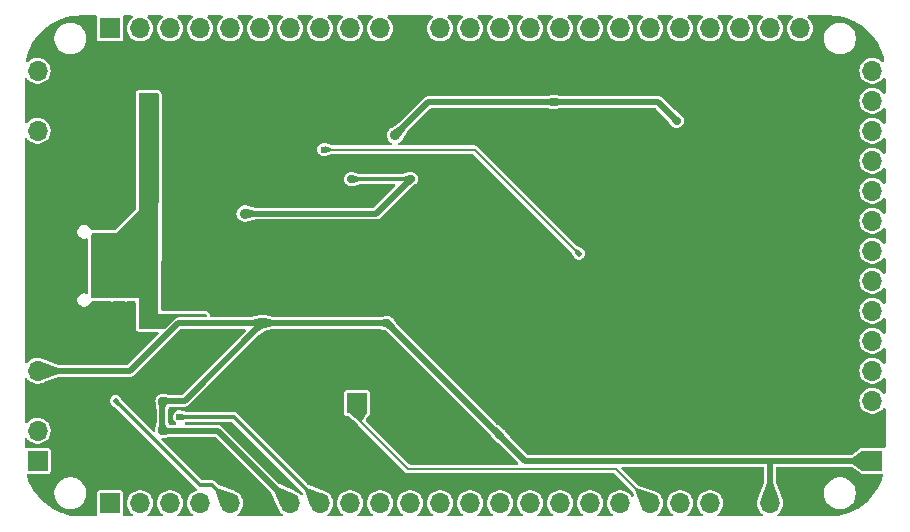
<source format=gbl>
%TF.GenerationSoftware,KiCad,Pcbnew,8.0.4*%
%TF.CreationDate,2024-09-01T16:40:05+08:00*%
%TF.ProjectId,UINIO-MCU-HC32F460KETA,55494e49-4f2d-44d4-9355-2d4843333246,Version 1.0.0*%
%TF.SameCoordinates,PX71f45d0PY4ce7800*%
%TF.FileFunction,Copper,L2,Bot*%
%TF.FilePolarity,Positive*%
%FSLAX46Y46*%
G04 Gerber Fmt 4.6, Leading zero omitted, Abs format (unit mm)*
G04 Created by KiCad (PCBNEW 8.0.4) date 2024-09-01 16:40:05*
%MOMM*%
%LPD*%
G01*
G04 APERTURE LIST*
%TA.AperFunction,ComponentPad*%
%ADD10R,1.700000X1.700000*%
%TD*%
%TA.AperFunction,ComponentPad*%
%ADD11O,1.700000X1.700000*%
%TD*%
%TA.AperFunction,ComponentPad*%
%ADD12O,2.100000X1.000000*%
%TD*%
%TA.AperFunction,ComponentPad*%
%ADD13O,1.900000X1.000000*%
%TD*%
%TA.AperFunction,ViaPad*%
%ADD14C,0.700000*%
%TD*%
%TA.AperFunction,ViaPad*%
%ADD15C,0.500000*%
%TD*%
%TA.AperFunction,ViaPad*%
%ADD16C,0.600000*%
%TD*%
%TA.AperFunction,ViaPad*%
%ADD17C,0.900000*%
%TD*%
%TA.AperFunction,Conductor*%
%ADD18C,0.300000*%
%TD*%
%TA.AperFunction,Conductor*%
%ADD19C,0.200000*%
%TD*%
%TA.AperFunction,Conductor*%
%ADD20C,0.500000*%
%TD*%
G04 APERTURE END LIST*
D10*
%TO.P,J4,1,Pin_1*%
%TO.N,/PB11{slash}MD*%
X23390000Y-33060000D03*
D11*
%TO.P,J4,2,Pin_2*%
%TO.N,GND*%
X20850000Y-33060000D03*
%TO.P,J4,3,Pin_3*%
X18310000Y-33060000D03*
%TD*%
D10*
%TO.P,J5,1,Pin_1*%
%TO.N,GND*%
X-3650000Y-12560000D03*
D11*
%TO.P,J5,2,Pin_2*%
%TO.N,Net-(J5-Pin_2)*%
X-3650000Y-10020000D03*
%TO.P,J5,3,Pin_3*%
%TO.N,GND*%
X-3650000Y-7480000D03*
%TO.P,J5,4,Pin_4*%
%TO.N,Net-(J5-Pin_2)*%
X-3650000Y-4940000D03*
%TD*%
D12*
%TO.P,USB1,13,GND*%
%TO.N,GND*%
X789000Y-17135000D03*
%TO.P,USB1,14,GND*%
X789000Y-25785000D03*
D13*
%TO.P,USB1,15,GND*%
X-3411000Y-17135000D03*
%TO.P,USB1,16,GND*%
X-3411000Y-25785000D03*
%TD*%
D10*
%TO.P,J3,1,Pin_1*%
%TO.N,/PA8*%
X2490000Y-1360000D03*
D11*
%TO.P,J3,2,Pin_2*%
%TO.N,/PC9*%
X5030000Y-1360000D03*
%TO.P,J3,3,Pin_3*%
%TO.N,/PC8*%
X7570000Y-1360000D03*
%TO.P,J3,4,Pin_4*%
%TO.N,/PC7*%
X10110000Y-1360000D03*
%TO.P,J3,5,Pin_5*%
%TO.N,/PC6*%
X12650000Y-1360000D03*
%TO.P,J3,6,Pin_6*%
%TO.N,/PB15*%
X15190000Y-1360000D03*
%TO.P,J3,7,Pin_7*%
%TO.N,/PB14*%
X17730000Y-1360000D03*
%TO.P,J3,8,Pin_8*%
%TO.N,/PB13*%
X20270000Y-1360000D03*
%TO.P,J3,9,Pin_9*%
%TO.N,/PB12*%
X22810000Y-1360000D03*
%TO.P,J3,10,Pin_10*%
%TO.N,VCC_3.3V*%
X25350000Y-1360000D03*
%TO.P,J3,11,Pin_11*%
%TO.N,GND*%
X27890000Y-1360000D03*
%TO.P,J3,12,Pin_12*%
%TO.N,/PB10*%
X30430000Y-1360000D03*
%TO.P,J3,13,Pin_13*%
%TO.N,/PB2*%
X32970000Y-1360000D03*
%TO.P,J3,14,Pin_14*%
%TO.N,/PB1*%
X35510000Y-1360000D03*
%TO.P,J3,15,Pin_15*%
%TO.N,/PB0*%
X38050000Y-1360000D03*
%TO.P,J3,16,Pin_16*%
%TO.N,/PC5*%
X40590000Y-1360000D03*
%TO.P,J3,17,Pin_17*%
%TO.N,/PC4*%
X43130000Y-1360000D03*
%TO.P,J3,18,Pin_18*%
%TO.N,/PA7*%
X45670000Y-1360000D03*
%TO.P,J3,19,Pin_19*%
%TO.N,/PA6*%
X48210000Y-1360000D03*
%TO.P,J3,20,Pin_20*%
%TO.N,/PA5*%
X50750000Y-1360000D03*
%TO.P,J3,21,Pin_21*%
%TO.N,/PA4*%
X53290000Y-1360000D03*
%TO.P,J3,22,Pin_22*%
%TO.N,/AVCC*%
X55830000Y-1360000D03*
%TO.P,J3,23,Pin_23*%
%TO.N,/AVSS*%
X58370000Y-1360000D03*
%TO.P,J3,24,Pin_24*%
%TO.N,/PA3*%
X60910000Y-1360000D03*
%TD*%
D10*
%TO.P,J1,1,Pin_1*%
%TO.N,VCC_3.3V*%
X67030000Y-37960000D03*
D11*
%TO.P,J1,2,Pin_2*%
%TO.N,GND*%
X67030000Y-35420000D03*
%TO.P,J1,3,Pin_3*%
%TO.N,/PH2*%
X67030000Y-32880000D03*
%TO.P,J1,4,Pin_4*%
%TO.N,/PC13*%
X67030000Y-30340000D03*
%TO.P,J1,5,Pin_5*%
%TO.N,/NRST*%
X67030000Y-27800000D03*
%TO.P,J1,6,Pin_6*%
%TO.N,/PC0*%
X67030000Y-25260000D03*
%TO.P,J1,7,Pin_7*%
%TO.N,/PC1*%
X67030000Y-22720000D03*
%TO.P,J1,8,Pin_8*%
%TO.N,/PC2*%
X67030000Y-20180000D03*
%TO.P,J1,9,Pin_9*%
%TO.N,/PC3*%
X67030000Y-17640000D03*
%TO.P,J1,10,Pin_10*%
%TO.N,/AVSS{slash}VREFL*%
X67030000Y-15100000D03*
%TO.P,J1,11,Pin_11*%
%TO.N,/AVCC{slash}VREFH*%
X67030000Y-12560000D03*
%TO.P,J1,12,Pin_12*%
%TO.N,/PA0*%
X67030000Y-10020000D03*
%TO.P,J1,13,Pin_13*%
%TO.N,/PA1*%
X67030000Y-7480000D03*
%TO.P,J1,14,Pin_14*%
%TO.N,/PA2*%
X67030000Y-4940000D03*
%TD*%
D10*
%TO.P,J6,1,Pin_1*%
%TO.N,/PA14{slash}JTCK_SWCLK*%
X-3650000Y-37960000D03*
D11*
%TO.P,J6,2,Pin_2*%
%TO.N,/PA13{slash}JTMS_SWDIO*%
X-3650000Y-35420000D03*
%TO.P,J6,3,Pin_3*%
%TO.N,GND*%
X-3650000Y-32880000D03*
%TO.P,J6,4,Pin_4*%
%TO.N,VCC_3.3V*%
X-3650000Y-30340000D03*
%TD*%
D10*
%TO.P,J2,1,Pin_1*%
%TO.N,/PA9*%
X2490000Y-41560000D03*
D11*
%TO.P,J2,2,Pin_2*%
%TO.N,/PA10*%
X5030000Y-41560000D03*
%TO.P,J2,3,Pin_3*%
%TO.N,/PA11*%
X7570000Y-41560000D03*
%TO.P,J2,4,Pin_4*%
%TO.N,/PA12*%
X10110000Y-41560000D03*
%TO.P,J2,5,Pin_5*%
%TO.N,/PA13{slash}JTMS_SWDIO*%
X12650000Y-41560000D03*
%TO.P,J2,6,Pin_6*%
%TO.N,GND*%
X15190000Y-41560000D03*
%TO.P,J2,7,Pin_7*%
%TO.N,VCC_3.3V*%
X17730000Y-41560000D03*
%TO.P,J2,8,Pin_8*%
%TO.N,/PA14{slash}JTCK_SWCLK*%
X20270000Y-41560000D03*
%TO.P,J2,9,Pin_9*%
%TO.N,/PA15*%
X22810000Y-41560000D03*
%TO.P,J2,10,Pin_10*%
%TO.N,/PC10*%
X25350000Y-41560000D03*
%TO.P,J2,11,Pin_11*%
%TO.N,/PC11*%
X27890000Y-41560000D03*
%TO.P,J2,12,Pin_12*%
%TO.N,/PC12*%
X30430000Y-41560000D03*
%TO.P,J2,13,Pin_13*%
%TO.N,/PD2*%
X32970000Y-41560000D03*
%TO.P,J2,14,Pin_14*%
%TO.N,/PB3*%
X35510000Y-41560000D03*
%TO.P,J2,15,Pin_15*%
%TO.N,/PB4*%
X38050000Y-41560000D03*
%TO.P,J2,16,Pin_16*%
%TO.N,/PB5*%
X40590000Y-41560000D03*
%TO.P,J2,17,Pin_17*%
%TO.N,/PB6*%
X43130000Y-41560000D03*
%TO.P,J2,18,Pin_18*%
%TO.N,/PB7*%
X45670000Y-41560000D03*
%TO.P,J2,19,Pin_19*%
%TO.N,/PB11{slash}MD*%
X48210000Y-41560000D03*
%TO.P,J2,20,Pin_20*%
%TO.N,/PB8*%
X50750000Y-41560000D03*
%TO.P,J2,21,Pin_21*%
%TO.N,/PB9*%
X53290000Y-41560000D03*
%TO.P,J2,22,Pin_22*%
%TO.N,GND*%
X55830000Y-41560000D03*
%TO.P,J2,23,Pin_23*%
%TO.N,VCC_3.3V*%
X58370000Y-41560000D03*
%TO.P,J2,24,Pin_24*%
%TO.N,GND*%
X60910000Y-41560000D03*
%TD*%
D14*
%TO.N,GND*%
X30260000Y-20510000D03*
D15*
X44230000Y-21460000D03*
X330000Y-34270000D03*
X39000000Y-14750000D03*
X48230000Y-33460000D03*
D14*
X19230000Y-7460000D03*
D15*
X46230000Y-21460000D03*
X40250000Y-12750000D03*
X45000000Y-13500000D03*
X52230000Y-29460000D03*
X43750000Y-10000000D03*
X52230000Y-31460000D03*
D14*
X22230000Y-7460000D03*
X33260000Y-23510000D03*
D15*
X53206394Y-21424592D03*
X60000000Y-6040000D03*
X47000000Y-16500000D03*
X45230000Y-27460000D03*
D14*
X43910000Y-6250000D03*
X42910000Y-6250000D03*
D15*
X48000000Y-10500000D03*
X44230000Y-20460000D03*
D14*
X9815000Y-24750000D03*
X53442500Y-15630000D03*
D15*
X50230000Y-27460000D03*
D14*
X30260000Y-23510000D03*
D15*
X52230000Y-23460000D03*
X51230000Y-27460000D03*
X64000000Y-6040000D03*
X39000000Y-13750000D03*
X45250000Y-8500000D03*
X50230000Y-33460000D03*
X51230000Y-33460000D03*
X53250000Y-10750000D03*
D14*
X44910000Y-6250000D03*
X29260000Y-21510000D03*
D15*
X53250000Y-9750000D03*
D14*
X34260000Y-21510000D03*
D15*
X47230000Y-20460000D03*
X48000000Y-16500000D03*
X44500000Y-9250000D03*
X45230000Y-24460000D03*
X53250000Y-11750000D03*
D14*
X20230000Y-7460000D03*
X34260000Y-22510000D03*
D15*
X47230000Y-21460000D03*
X44000000Y-16500000D03*
D14*
X34260000Y-20510000D03*
D15*
X37750000Y-13750000D03*
D14*
X51590000Y-15630000D03*
D15*
X53230000Y-33460000D03*
D14*
X32260000Y-21510000D03*
X29260000Y-23510000D03*
D15*
X36500000Y-13250000D03*
D14*
X18230000Y-7460000D03*
D15*
X35960000Y-6620000D03*
D14*
X39910000Y-6250000D03*
D15*
X43230000Y-21460000D03*
X49230000Y-27460000D03*
X53230000Y-23460000D03*
D14*
X32260000Y-23510000D03*
D15*
X44230000Y-25460000D03*
X63020000Y-6040000D03*
X46230000Y-25460000D03*
X44230000Y-24460000D03*
X42250000Y-11500000D03*
D14*
X31260000Y-21510000D03*
D15*
X44230000Y-26460000D03*
X53250000Y-8750000D03*
X53230000Y-30460000D03*
D14*
X29260000Y-22510000D03*
X30260000Y-21510000D03*
X31260000Y-22510000D03*
D15*
X52230000Y-25460000D03*
D14*
X33260000Y-19510000D03*
D15*
X37750000Y-12750000D03*
X53230000Y-26460000D03*
X45230000Y-25460000D03*
X53230000Y-31460000D03*
D14*
X59000000Y-15630000D03*
D15*
X46230000Y-20460000D03*
X37750000Y-14750000D03*
D14*
X32260000Y-22510000D03*
D15*
X52230000Y-28460000D03*
X52250000Y-12750000D03*
D14*
X38910000Y-6250000D03*
X41910000Y-6250000D03*
X11177500Y-24750000D03*
D15*
X42230000Y-24460000D03*
X45230000Y-21460000D03*
D14*
X34260000Y-23510000D03*
D15*
X22900000Y-15890000D03*
X45000000Y-16500000D03*
D14*
X55295000Y-15630000D03*
D15*
X52230000Y-22460000D03*
X52230000Y-32460000D03*
D14*
X31260000Y-23510000D03*
D15*
X46500000Y-12000000D03*
X53218197Y-27514701D03*
X47230000Y-24460000D03*
D16*
X31690000Y-39700000D03*
D15*
X46230000Y-24460000D03*
X36750000Y-5830000D03*
D14*
X40910000Y-6250000D03*
X57147500Y-15630000D03*
X9210000Y-29560000D03*
D15*
X41250000Y-12250000D03*
D14*
X33260000Y-22510000D03*
D15*
X52250000Y-11750000D03*
D14*
X30260000Y-19510000D03*
D15*
X46230000Y-26460000D03*
X52230000Y-27460000D03*
D14*
X10610000Y-29560000D03*
X12540000Y-24750000D03*
X33260000Y-21510000D03*
D15*
X45230000Y-20460000D03*
D14*
X32260000Y-20510000D03*
D15*
X52250000Y-10750000D03*
X52230000Y-30460000D03*
X47230000Y-27460000D03*
X45750000Y-12750000D03*
X52230000Y-26460000D03*
X46230000Y-27460000D03*
X53230000Y-28460000D03*
X53230000Y-22460000D03*
X53250000Y-12750000D03*
D14*
X31260000Y-20510000D03*
D15*
X52230000Y-33460000D03*
X52250000Y-13750000D03*
D14*
X32260000Y-19510000D03*
D15*
X43000000Y-10750000D03*
X48230000Y-27460000D03*
X47230000Y-26460000D03*
D14*
X34260000Y-19510000D03*
D15*
X47000000Y-13500000D03*
D14*
X21230000Y-7460000D03*
D15*
X43230000Y-20460000D03*
X52230000Y-21460000D03*
X9250000Y-36500000D03*
X52250000Y-9750000D03*
X40250000Y-13750000D03*
D14*
X30260000Y-22510000D03*
D15*
X52230000Y-24460000D03*
X53230000Y-20460000D03*
X47250000Y-11250000D03*
X42230000Y-21460000D03*
X61000000Y-6040000D03*
X47230000Y-25460000D03*
X53230000Y-32460000D03*
D14*
X7810000Y-29560000D03*
D15*
X46000000Y-13500000D03*
X9250000Y-33500000D03*
X49230000Y-33460000D03*
D14*
X31260000Y-19510000D03*
D15*
X53250000Y-13750000D03*
D14*
X29260000Y-20510000D03*
D15*
X52250000Y-8750000D03*
X53230000Y-29460000D03*
X39000000Y-12750000D03*
X14000000Y-36500000D03*
D14*
X23000000Y-25230000D03*
D15*
X53230000Y-25460000D03*
X62000000Y-6040000D03*
X53230000Y-24460000D03*
X43230000Y-25460000D03*
D14*
X33260000Y-20510000D03*
D15*
X43230000Y-24460000D03*
X46000000Y-16500000D03*
X45230000Y-26460000D03*
X47000000Y-6750000D03*
D14*
X29260000Y-19510000D03*
D15*
X52230000Y-20460000D03*
D14*
%TO.N,VCC_5V*%
X3825000Y-23880000D03*
X2670000Y-19060000D03*
X3825000Y-19060000D03*
X2670000Y-23880000D03*
X4980000Y-23880000D03*
X4980000Y-19060000D03*
D15*
%TO.N,/NRST*%
X42175000Y-20425000D03*
D16*
X20580000Y-11610000D03*
D15*
%TO.N,/PA13{slash}JTMS_SWDIO*%
X2950000Y-32880000D03*
D16*
%TO.N,/PA14{slash}JTCK_SWCLK*%
X8360000Y-34240000D03*
D14*
%TO.N,VCC_3.3V*%
X6920000Y-32880000D03*
D17*
X26620000Y-10400000D03*
X13890000Y-17030000D03*
D14*
X6920000Y-35420000D03*
X50452500Y-9170000D03*
X35450000Y-35790000D03*
X22890000Y-14120000D03*
X27940000Y-14110000D03*
X40050000Y-7600000D03*
D17*
X15380000Y-26280000D03*
D14*
X25940000Y-26280000D03*
%TD*%
D18*
%TO.N,GND*%
X64630000Y-7620000D02*
X64630000Y-12700000D01*
D19*
%TO.N,/PB11{slash}MD*%
X23390000Y-33060000D02*
X23390000Y-34320000D01*
X23390000Y-34320000D02*
X27710000Y-38640000D01*
X27710000Y-38640000D02*
X45290000Y-38640000D01*
X45290000Y-38640000D02*
X48210000Y-41560000D01*
%TO.N,/NRST*%
X42175000Y-20425000D02*
X33360000Y-11610000D01*
X33360000Y-11610000D02*
X20580000Y-11610000D01*
D18*
%TO.N,/PA13{slash}JTMS_SWDIO*%
X2950000Y-32880000D02*
X2950000Y-32890000D01*
X11090000Y-40010000D02*
X12640000Y-41560000D01*
X10070000Y-40010000D02*
X11090000Y-40010000D01*
X2950000Y-32890000D02*
X10070000Y-40010000D01*
%TO.N,/PA14{slash}JTCK_SWCLK*%
X12950000Y-34240000D02*
X20270000Y-41560000D01*
X8360000Y-34240000D02*
X12950000Y-34240000D01*
D20*
%TO.N,VCC_3.3V*%
X58370000Y-37960000D02*
X67030000Y-37960000D01*
X40050000Y-7600000D02*
X29420000Y-7600000D01*
D18*
X27940000Y-14110000D02*
X27930000Y-14120000D01*
D20*
X6920000Y-35420000D02*
X11590000Y-35420000D01*
X50450000Y-9170000D02*
X48880000Y-7600000D01*
X8270000Y-26280000D02*
X4210000Y-30340000D01*
X15380000Y-26280000D02*
X15380000Y-26290000D01*
X4210000Y-30340000D02*
X-3650000Y-30340000D01*
X11590000Y-35420000D02*
X17730000Y-41560000D01*
X6920000Y-32880000D02*
X6920000Y-35420000D01*
D18*
X27930000Y-14120000D02*
X22890000Y-14120000D01*
D20*
X25020000Y-17030000D02*
X13890000Y-17030000D01*
X29420000Y-7600000D02*
X26620000Y-10400000D01*
X15380000Y-26290000D02*
X8790000Y-32880000D01*
X15380000Y-26280000D02*
X25940000Y-26280000D01*
X27940000Y-14110000D02*
X25020000Y-17030000D01*
X8790000Y-32880000D02*
X6920000Y-32880000D01*
X15380000Y-26280000D02*
X8270000Y-26280000D01*
X48880000Y-7600000D02*
X40050000Y-7600000D01*
X58370000Y-41560000D02*
X58370000Y-37960000D01*
X37620000Y-37960000D02*
X58370000Y-37960000D01*
X35450000Y-35790000D02*
X37620000Y-37960000D01*
X50452500Y-9170000D02*
X50450000Y-9170000D01*
X35450000Y-35790000D02*
X25940000Y-26280000D01*
%TD*%
%TA.AperFunction,Conductor*%
%TO.N,GND*%
G36*
X13949363Y-26800185D02*
G01*
X13995118Y-26852989D01*
X14005062Y-26922147D01*
X13976037Y-26985703D01*
X13970005Y-26992181D01*
X8619005Y-32343181D01*
X8557682Y-32376666D01*
X8531324Y-32379500D01*
X7676841Y-32379500D01*
X7647362Y-32375945D01*
X7646091Y-32375634D01*
X7646090Y-32375633D01*
X7646088Y-32375633D01*
X6969444Y-32278969D01*
X6951750Y-32277067D01*
X6951747Y-32277066D01*
X6951740Y-32277066D01*
X6950116Y-32276948D01*
X6941720Y-32276633D01*
X6930196Y-32275660D01*
X6920002Y-32274318D01*
X6919998Y-32274318D01*
X6763239Y-32294955D01*
X6763237Y-32294956D01*
X6617160Y-32355463D01*
X6491718Y-32451718D01*
X6395463Y-32577160D01*
X6334956Y-32723237D01*
X6334955Y-32723239D01*
X6314318Y-32879996D01*
X6314318Y-32879998D01*
X6314318Y-32880000D01*
X6318010Y-32908049D01*
X6318597Y-32923370D01*
X6318703Y-32923366D01*
X6318969Y-32929444D01*
X6340918Y-33083083D01*
X6409694Y-33564517D01*
X6415634Y-33606093D01*
X6416447Y-33609689D01*
X6419500Y-33637034D01*
X6419500Y-34663158D01*
X6415946Y-34692633D01*
X6415634Y-34693906D01*
X6415633Y-34693911D01*
X6415633Y-34693912D01*
X6395023Y-34838179D01*
X6318969Y-35370554D01*
X6317074Y-35388149D01*
X6316956Y-35389777D01*
X6316730Y-35395755D01*
X6294524Y-35462002D01*
X6240028Y-35505727D01*
X6170543Y-35513048D01*
X6108130Y-35481640D01*
X6105157Y-35478764D01*
X3625912Y-32999519D01*
X3609217Y-32978782D01*
X3570773Y-32918842D01*
X3570773Y-32918841D01*
X3439842Y-32714693D01*
X3439839Y-32714690D01*
X3401302Y-32654603D01*
X3401298Y-32654598D01*
X3399252Y-32651882D01*
X3385490Y-32628771D01*
X3375377Y-32606628D01*
X3375376Y-32606626D01*
X3281128Y-32497857D01*
X3160053Y-32420047D01*
X3160051Y-32420046D01*
X3160049Y-32420045D01*
X3160050Y-32420045D01*
X3021963Y-32379500D01*
X3021961Y-32379500D01*
X2878039Y-32379500D01*
X2878036Y-32379500D01*
X2739949Y-32420045D01*
X2618873Y-32497856D01*
X2524623Y-32606626D01*
X2524622Y-32606628D01*
X2464834Y-32737543D01*
X2444353Y-32880000D01*
X2464834Y-33022456D01*
X2524622Y-33153371D01*
X2524625Y-33153377D01*
X2618866Y-33262137D01*
X2618869Y-33262139D01*
X2618872Y-33262143D01*
X2649961Y-33282123D01*
X2653050Y-33284173D01*
X2996321Y-33519587D01*
X3040574Y-33549935D01*
X3058124Y-33564517D01*
X9745179Y-40251571D01*
X9745200Y-40251594D01*
X9804909Y-40311303D01*
X9838394Y-40372626D01*
X9833410Y-40442318D01*
X9791538Y-40498251D01*
X9762022Y-40514611D01*
X9617364Y-40570651D01*
X9617357Y-40570655D01*
X9443960Y-40678017D01*
X9443958Y-40678019D01*
X9293237Y-40815418D01*
X9170327Y-40978178D01*
X9079422Y-41160739D01*
X9079417Y-41160752D01*
X9023602Y-41356917D01*
X9004785Y-41559999D01*
X9004785Y-41560000D01*
X9023602Y-41763082D01*
X9079417Y-41959247D01*
X9079422Y-41959260D01*
X9170327Y-42141821D01*
X9293237Y-42304581D01*
X9443958Y-42441980D01*
X9448535Y-42445437D01*
X9447231Y-42447163D01*
X9487509Y-42492093D01*
X9498618Y-42561074D01*
X9470670Y-42625110D01*
X9412537Y-42663871D01*
X9375600Y-42669500D01*
X8304400Y-42669500D01*
X8237361Y-42649815D01*
X8191606Y-42597011D01*
X8181662Y-42527853D01*
X8210687Y-42464297D01*
X8231998Y-42446143D01*
X8231465Y-42445437D01*
X8236033Y-42441985D01*
X8236041Y-42441981D01*
X8386764Y-42304579D01*
X8509673Y-42141821D01*
X8600582Y-41959250D01*
X8656397Y-41763083D01*
X8675215Y-41560000D01*
X8674846Y-41556023D01*
X8656397Y-41356917D01*
X8619834Y-41228414D01*
X8600582Y-41160750D01*
X8598722Y-41157015D01*
X8514507Y-40987888D01*
X8509673Y-40978179D01*
X8386764Y-40815421D01*
X8386762Y-40815418D01*
X8236041Y-40678019D01*
X8236039Y-40678017D01*
X8062642Y-40570655D01*
X8062639Y-40570653D01*
X8062637Y-40570652D01*
X8062636Y-40570651D01*
X8062635Y-40570651D01*
X7953654Y-40528432D01*
X7872456Y-40496976D01*
X7671976Y-40459500D01*
X7468024Y-40459500D01*
X7267544Y-40496976D01*
X7267541Y-40496976D01*
X7267541Y-40496977D01*
X7077364Y-40570651D01*
X7077357Y-40570655D01*
X6903960Y-40678017D01*
X6903958Y-40678019D01*
X6753237Y-40815418D01*
X6630327Y-40978178D01*
X6539422Y-41160739D01*
X6539417Y-41160752D01*
X6483602Y-41356917D01*
X6464785Y-41559999D01*
X6464785Y-41560000D01*
X6483602Y-41763082D01*
X6539417Y-41959247D01*
X6539422Y-41959260D01*
X6630327Y-42141821D01*
X6753237Y-42304581D01*
X6903958Y-42441980D01*
X6908535Y-42445437D01*
X6907231Y-42447163D01*
X6947509Y-42492093D01*
X6958618Y-42561074D01*
X6930670Y-42625110D01*
X6872537Y-42663871D01*
X6835600Y-42669500D01*
X5764400Y-42669500D01*
X5697361Y-42649815D01*
X5651606Y-42597011D01*
X5641662Y-42527853D01*
X5670687Y-42464297D01*
X5691998Y-42446143D01*
X5691465Y-42445437D01*
X5696033Y-42441985D01*
X5696041Y-42441981D01*
X5846764Y-42304579D01*
X5969673Y-42141821D01*
X6060582Y-41959250D01*
X6116397Y-41763083D01*
X6135215Y-41560000D01*
X6134846Y-41556023D01*
X6116397Y-41356917D01*
X6079834Y-41228414D01*
X6060582Y-41160750D01*
X6058722Y-41157015D01*
X5974507Y-40987888D01*
X5969673Y-40978179D01*
X5846764Y-40815421D01*
X5846762Y-40815418D01*
X5696041Y-40678019D01*
X5696039Y-40678017D01*
X5522642Y-40570655D01*
X5522639Y-40570653D01*
X5522637Y-40570652D01*
X5522636Y-40570651D01*
X5522635Y-40570651D01*
X5413654Y-40528432D01*
X5332456Y-40496976D01*
X5131976Y-40459500D01*
X4928024Y-40459500D01*
X4727544Y-40496976D01*
X4727541Y-40496976D01*
X4727541Y-40496977D01*
X4537364Y-40570651D01*
X4537357Y-40570655D01*
X4363960Y-40678017D01*
X4363958Y-40678019D01*
X4213237Y-40815418D01*
X4090327Y-40978178D01*
X3999422Y-41160739D01*
X3999417Y-41160752D01*
X3943602Y-41356917D01*
X3924785Y-41559999D01*
X3924785Y-41560000D01*
X3943602Y-41763082D01*
X3999417Y-41959247D01*
X3999422Y-41959260D01*
X4090327Y-42141821D01*
X4213237Y-42304581D01*
X4363958Y-42441980D01*
X4368535Y-42445437D01*
X4367231Y-42447163D01*
X4407509Y-42492093D01*
X4418618Y-42561074D01*
X4390670Y-42625110D01*
X4332537Y-42663871D01*
X4295600Y-42669500D01*
X3694542Y-42669500D01*
X3627503Y-42649815D01*
X3581748Y-42597011D01*
X3571804Y-42527853D01*
X3574012Y-42519804D01*
X3573584Y-42519719D01*
X3588359Y-42445437D01*
X3590500Y-42434674D01*
X3590500Y-40685326D01*
X3590500Y-40685323D01*
X3590499Y-40685321D01*
X3575967Y-40612264D01*
X3575966Y-40612260D01*
X3567788Y-40600021D01*
X3520601Y-40529399D01*
X3437740Y-40474034D01*
X3437739Y-40474033D01*
X3437735Y-40474032D01*
X3364677Y-40459500D01*
X3364674Y-40459500D01*
X1615326Y-40459500D01*
X1615323Y-40459500D01*
X1542264Y-40474032D01*
X1542260Y-40474033D01*
X1459399Y-40529399D01*
X1404033Y-40612260D01*
X1404032Y-40612264D01*
X1389500Y-40685321D01*
X1389500Y-42434678D01*
X1406416Y-42519719D01*
X1402431Y-42520511D01*
X1407493Y-42567490D01*
X1376231Y-42629976D01*
X1316150Y-42665642D01*
X1285458Y-42669500D01*
X2706Y-42669500D01*
X-2703Y-42669382D01*
X-408540Y-42651663D01*
X-419315Y-42650720D01*
X-629685Y-42623024D01*
X-819371Y-42598051D01*
X-830023Y-42596173D01*
X-1174505Y-42519804D01*
X-1223978Y-42508836D01*
X-1234421Y-42506038D01*
X-1619267Y-42384696D01*
X-1629430Y-42380997D01*
X-2002227Y-42226579D01*
X-2012031Y-42222007D01*
X-2369943Y-42035690D01*
X-2379311Y-42030282D01*
X-2719639Y-41813469D01*
X-2728500Y-41807264D01*
X-3048628Y-41561621D01*
X-3056915Y-41554667D01*
X-3354413Y-41282061D01*
X-3362062Y-41274412D01*
X-3634668Y-40976914D01*
X-3641622Y-40968627D01*
X-3887265Y-40648499D01*
X-3893470Y-40639638D01*
X-3906410Y-40619327D01*
X-3916357Y-40603713D01*
X-2230500Y-40603713D01*
X-2230500Y-40816286D01*
X-2205592Y-40973552D01*
X-2197246Y-41026243D01*
X-2153540Y-41160757D01*
X-2131556Y-41228414D01*
X-2035049Y-41417820D01*
X-1910110Y-41589786D01*
X-1759787Y-41740109D01*
X-1587821Y-41865048D01*
X-1587819Y-41865049D01*
X-1587816Y-41865051D01*
X-1398412Y-41961557D01*
X-1196243Y-42027246D01*
X-986287Y-42060500D01*
X-986286Y-42060500D01*
X-773714Y-42060500D01*
X-773713Y-42060500D01*
X-563757Y-42027246D01*
X-361588Y-41961557D01*
X-172184Y-41865051D01*
X-92646Y-41807264D01*
X-214Y-41740109D01*
X-212Y-41740106D01*
X-208Y-41740104D01*
X150104Y-41589792D01*
X150106Y-41589788D01*
X150109Y-41589786D01*
X275048Y-41417820D01*
X275047Y-41417820D01*
X275051Y-41417816D01*
X371557Y-41228412D01*
X437246Y-41026243D01*
X470500Y-40816287D01*
X470500Y-40603713D01*
X437246Y-40393757D01*
X371557Y-40191588D01*
X275051Y-40002184D01*
X275049Y-40002181D01*
X275048Y-40002179D01*
X150109Y-39830213D01*
X-214Y-39679890D01*
X-172180Y-39554951D01*
X-361586Y-39458444D01*
X-361587Y-39458443D01*
X-361588Y-39458443D01*
X-563757Y-39392754D01*
X-563759Y-39392753D01*
X-563760Y-39392753D01*
X-725043Y-39367208D01*
X-773713Y-39359500D01*
X-986287Y-39359500D01*
X-1034958Y-39367208D01*
X-1196240Y-39392753D01*
X-1398415Y-39458444D01*
X-1587821Y-39554951D01*
X-1759787Y-39679890D01*
X-1910110Y-39830213D01*
X-2035049Y-40002179D01*
X-2131556Y-40191585D01*
X-2197247Y-40393760D01*
X-2230500Y-40603713D01*
X-3916357Y-40603713D01*
X-4110284Y-40299309D01*
X-4115691Y-40289942D01*
X-4245903Y-40039806D01*
X-4302011Y-39932024D01*
X-4306580Y-39922226D01*
X-4344695Y-39830208D01*
X-4461004Y-39549414D01*
X-4464695Y-39539271D01*
X-4564797Y-39221788D01*
X-4564797Y-39221787D01*
X-4566182Y-39151931D01*
X-4529581Y-39092416D01*
X-4466613Y-39062136D01*
X-4446536Y-39060500D01*
X-2775324Y-39060500D01*
X-2775323Y-39060499D01*
X-2702260Y-39045966D01*
X-2619399Y-38990601D01*
X-2564034Y-38907740D01*
X-2549500Y-38834674D01*
X-2549500Y-37085326D01*
X-2549500Y-37085323D01*
X-2549501Y-37085321D01*
X-2564033Y-37012264D01*
X-2564034Y-37012260D01*
X-2619399Y-36929399D01*
X-2678516Y-36889899D01*
X-2702261Y-36874033D01*
X-2702265Y-36874032D01*
X-2775323Y-36859500D01*
X-2775326Y-36859500D01*
X-4524674Y-36859500D01*
X-4524677Y-36859500D01*
X-4601309Y-36874743D01*
X-4670900Y-36868516D01*
X-4726078Y-36825653D01*
X-4749322Y-36759763D01*
X-4749500Y-36753126D01*
X-4749500Y-36160141D01*
X-4729815Y-36093102D01*
X-4677011Y-36047347D01*
X-4607853Y-36037403D01*
X-4544297Y-36066428D01*
X-4526546Y-36085415D01*
X-4466766Y-36164577D01*
X-4466764Y-36164580D01*
X-4316042Y-36301980D01*
X-4316040Y-36301982D01*
X-4216859Y-36363392D01*
X-4142637Y-36409348D01*
X-3952456Y-36483024D01*
X-3751976Y-36520500D01*
X-3751974Y-36520500D01*
X-3548026Y-36520500D01*
X-3548024Y-36520500D01*
X-3347544Y-36483024D01*
X-3157363Y-36409348D01*
X-2983959Y-36301981D01*
X-2833236Y-36164579D01*
X-2710327Y-36001821D01*
X-2619418Y-35819250D01*
X-2563603Y-35623083D01*
X-2544785Y-35420000D01*
X-2547032Y-35395755D01*
X-2563603Y-35216917D01*
X-2619418Y-35020750D01*
X-2652851Y-34953608D01*
X-2670603Y-34917957D01*
X-2710327Y-34838179D01*
X-2810365Y-34705707D01*
X-2833238Y-34675418D01*
X-2983959Y-34538019D01*
X-2983961Y-34538017D01*
X-3157358Y-34430655D01*
X-3157365Y-34430651D01*
X-3278540Y-34383708D01*
X-3347544Y-34356976D01*
X-3548024Y-34319500D01*
X-3751976Y-34319500D01*
X-3952456Y-34356976D01*
X-3952459Y-34356976D01*
X-3952459Y-34356977D01*
X-4142636Y-34430651D01*
X-4142643Y-34430655D01*
X-4316040Y-34538017D01*
X-4316042Y-34538019D01*
X-4466763Y-34675418D01*
X-4526546Y-34754585D01*
X-4582655Y-34796221D01*
X-4652367Y-34800912D01*
X-4713549Y-34767170D01*
X-4746776Y-34705707D01*
X-4749500Y-34679858D01*
X-4749500Y-31080141D01*
X-4729815Y-31013102D01*
X-4677011Y-30967347D01*
X-4607853Y-30957403D01*
X-4544297Y-30986428D01*
X-4526546Y-31005415D01*
X-4466766Y-31084577D01*
X-4466764Y-31084580D01*
X-4316042Y-31221980D01*
X-4316040Y-31221982D01*
X-4216859Y-31283392D01*
X-4142637Y-31329348D01*
X-3952456Y-31403024D01*
X-3751976Y-31440500D01*
X-3751974Y-31440500D01*
X-3548026Y-31440500D01*
X-3548024Y-31440500D01*
X-3347544Y-31403024D01*
X-3256832Y-31367881D01*
X-3233628Y-31361402D01*
X-3221351Y-31359233D01*
X-3144591Y-31329344D01*
X-1910876Y-30848951D01*
X-1865883Y-30840500D01*
X4275890Y-30840500D01*
X4275892Y-30840500D01*
X4403186Y-30806392D01*
X4517314Y-30740500D01*
X8440995Y-26816819D01*
X8502318Y-26783334D01*
X8528676Y-26780500D01*
X13882324Y-26780500D01*
X13949363Y-26800185D01*
G37*
%TD.AperFunction*%
%TA.AperFunction,Conductor*%
G36*
X11398363Y-35940185D02*
G01*
X11419005Y-35956819D01*
X16114528Y-40652341D01*
X16140368Y-40690132D01*
X16705544Y-41976131D01*
X16706192Y-41977606D01*
X16708150Y-41980439D01*
X16709617Y-41982562D01*
X16718606Y-41997787D01*
X16790327Y-42141821D01*
X16913237Y-42304581D01*
X17063958Y-42441980D01*
X17068535Y-42445437D01*
X17067231Y-42447163D01*
X17107509Y-42492093D01*
X17118618Y-42561074D01*
X17090670Y-42625110D01*
X17032537Y-42663871D01*
X16995600Y-42669500D01*
X13384400Y-42669500D01*
X13317361Y-42649815D01*
X13271606Y-42597011D01*
X13261662Y-42527853D01*
X13290687Y-42464297D01*
X13311998Y-42446143D01*
X13311465Y-42445437D01*
X13316033Y-42441985D01*
X13316041Y-42441981D01*
X13466764Y-42304579D01*
X13589673Y-42141821D01*
X13680582Y-41959250D01*
X13736397Y-41763083D01*
X13755215Y-41560000D01*
X13754846Y-41556023D01*
X13736397Y-41356917D01*
X13699834Y-41228414D01*
X13680582Y-41160750D01*
X13678722Y-41157015D01*
X13594507Y-40987888D01*
X13589673Y-40978179D01*
X13466764Y-40815421D01*
X13466762Y-40815418D01*
X13316042Y-40678020D01*
X13316041Y-40678019D01*
X13254520Y-40639927D01*
X13142640Y-40570653D01*
X13082910Y-40547513D01*
X13063512Y-40537977D01*
X13055353Y-40533040D01*
X13050891Y-40530340D01*
X13050887Y-40530338D01*
X13050884Y-40530337D01*
X11705302Y-40042391D01*
X11659893Y-40013500D01*
X11335915Y-39689522D01*
X11335913Y-39689520D01*
X11290250Y-39663156D01*
X11244589Y-39636793D01*
X11193657Y-39623146D01*
X11142727Y-39609500D01*
X11142726Y-39609500D01*
X10287254Y-39609500D01*
X10220215Y-39589815D01*
X10199573Y-39573181D01*
X6928372Y-36301980D01*
X6861042Y-36234649D01*
X6827558Y-36173328D01*
X6832542Y-36103636D01*
X6874414Y-36047703D01*
X6932533Y-36024032D01*
X6937766Y-36023342D01*
X6948041Y-36021989D01*
X6963361Y-36021404D01*
X6963357Y-36021296D01*
X6969440Y-36021029D01*
X6969442Y-36021028D01*
X6969449Y-36021029D01*
X7646088Y-35924367D01*
X7646098Y-35924363D01*
X7649689Y-35923553D01*
X7677034Y-35920500D01*
X11331324Y-35920500D01*
X11398363Y-35940185D01*
G37*
%TD.AperFunction*%
%TA.AperFunction,Conductor*%
G36*
X25212638Y-26784055D02*
G01*
X25213902Y-26784363D01*
X25213912Y-26784367D01*
X25670743Y-26849627D01*
X25727605Y-26873180D01*
X26096779Y-27150062D01*
X26096785Y-27150065D01*
X26099896Y-27152029D01*
X26121396Y-27169210D01*
X34560924Y-35608738D01*
X34579256Y-35632098D01*
X34579935Y-35633218D01*
X34990045Y-36180030D01*
X35001204Y-36193878D01*
X35002249Y-36195086D01*
X35007984Y-36201269D01*
X35015432Y-36210091D01*
X35021718Y-36218282D01*
X35044163Y-36235505D01*
X35055402Y-36245917D01*
X35055476Y-36245838D01*
X35059968Y-36249953D01*
X35059972Y-36249956D01*
X35059973Y-36249957D01*
X35606779Y-36660062D01*
X35606785Y-36660065D01*
X35609896Y-36662029D01*
X35631396Y-36679210D01*
X37030005Y-38077819D01*
X37063490Y-38139142D01*
X37058506Y-38208834D01*
X37016634Y-38264767D01*
X36951170Y-38289184D01*
X36942324Y-38289500D01*
X27906544Y-38289500D01*
X27839505Y-38269815D01*
X27818863Y-38253181D01*
X24177705Y-34612023D01*
X24144220Y-34550700D01*
X24149204Y-34481008D01*
X24164744Y-34451905D01*
X24441556Y-34067334D01*
X24454953Y-34040820D01*
X24462512Y-34027873D01*
X24475966Y-34007740D01*
X24481385Y-33980500D01*
X24490499Y-33934678D01*
X24490500Y-33934676D01*
X24490500Y-33929773D01*
X24491903Y-33911807D01*
X24491891Y-33911235D01*
X24491892Y-33911232D01*
X24491891Y-33911228D01*
X24491762Y-33904838D01*
X24490500Y-33892020D01*
X24490500Y-32185323D01*
X24490499Y-32185321D01*
X24475967Y-32112264D01*
X24475966Y-32112260D01*
X24420601Y-32029399D01*
X24337740Y-31974034D01*
X24337739Y-31974033D01*
X24337735Y-31974032D01*
X24264677Y-31959500D01*
X24264674Y-31959500D01*
X22515326Y-31959500D01*
X22515323Y-31959500D01*
X22442264Y-31974032D01*
X22442260Y-31974033D01*
X22359399Y-32029399D01*
X22304033Y-32112260D01*
X22304032Y-32112264D01*
X22289500Y-32185321D01*
X22289500Y-33934678D01*
X22304032Y-34007735D01*
X22304033Y-34007739D01*
X22321659Y-34034118D01*
X22359399Y-34090601D01*
X22442260Y-34145966D01*
X22442264Y-34145967D01*
X22515321Y-34160499D01*
X22515324Y-34160500D01*
X22515326Y-34160500D01*
X22546907Y-34160500D01*
X22613946Y-34180185D01*
X22626844Y-34189705D01*
X23457481Y-34890223D01*
X23460263Y-34891836D01*
X23485744Y-34911426D01*
X27494788Y-38920470D01*
X27574712Y-38966614D01*
X27663856Y-38990500D01*
X27663857Y-38990500D01*
X27756144Y-38990500D01*
X45093456Y-38990500D01*
X45160495Y-39010185D01*
X45181137Y-39026819D01*
X46689806Y-40535488D01*
X46719715Y-40583815D01*
X46803409Y-40833895D01*
X46806018Y-40903716D01*
X46770465Y-40963864D01*
X46708037Y-40995242D01*
X46638556Y-40987888D01*
X46586865Y-40947976D01*
X46486762Y-40815418D01*
X46336041Y-40678019D01*
X46336039Y-40678017D01*
X46162642Y-40570655D01*
X46162639Y-40570653D01*
X46162637Y-40570652D01*
X46162636Y-40570651D01*
X46162635Y-40570651D01*
X46053654Y-40528432D01*
X45972456Y-40496976D01*
X45771976Y-40459500D01*
X45568024Y-40459500D01*
X45367544Y-40496976D01*
X45367541Y-40496976D01*
X45367541Y-40496977D01*
X45177364Y-40570651D01*
X45177357Y-40570655D01*
X45003960Y-40678017D01*
X45003958Y-40678019D01*
X44853237Y-40815418D01*
X44730327Y-40978178D01*
X44639422Y-41160739D01*
X44639417Y-41160752D01*
X44583602Y-41356917D01*
X44564785Y-41559999D01*
X44564785Y-41560000D01*
X44583602Y-41763082D01*
X44639417Y-41959247D01*
X44639422Y-41959260D01*
X44730327Y-42141821D01*
X44853237Y-42304581D01*
X45003958Y-42441980D01*
X45008535Y-42445437D01*
X45007231Y-42447163D01*
X45047509Y-42492093D01*
X45058618Y-42561074D01*
X45030670Y-42625110D01*
X44972537Y-42663871D01*
X44935600Y-42669500D01*
X43864400Y-42669500D01*
X43797361Y-42649815D01*
X43751606Y-42597011D01*
X43741662Y-42527853D01*
X43770687Y-42464297D01*
X43791998Y-42446143D01*
X43791465Y-42445437D01*
X43796033Y-42441985D01*
X43796041Y-42441981D01*
X43946764Y-42304579D01*
X44069673Y-42141821D01*
X44160582Y-41959250D01*
X44216397Y-41763083D01*
X44235215Y-41560000D01*
X44234846Y-41556023D01*
X44216397Y-41356917D01*
X44179834Y-41228414D01*
X44160582Y-41160750D01*
X44158722Y-41157015D01*
X44074507Y-40987888D01*
X44069673Y-40978179D01*
X43946764Y-40815421D01*
X43946762Y-40815418D01*
X43796041Y-40678019D01*
X43796039Y-40678017D01*
X43622642Y-40570655D01*
X43622639Y-40570653D01*
X43622637Y-40570652D01*
X43622636Y-40570651D01*
X43622635Y-40570651D01*
X43513654Y-40528432D01*
X43432456Y-40496976D01*
X43231976Y-40459500D01*
X43028024Y-40459500D01*
X42827544Y-40496976D01*
X42827541Y-40496976D01*
X42827541Y-40496977D01*
X42637364Y-40570651D01*
X42637357Y-40570655D01*
X42463960Y-40678017D01*
X42463958Y-40678019D01*
X42313237Y-40815418D01*
X42190327Y-40978178D01*
X42099422Y-41160739D01*
X42099417Y-41160752D01*
X42043602Y-41356917D01*
X42024785Y-41559999D01*
X42024785Y-41560000D01*
X42043602Y-41763082D01*
X42099417Y-41959247D01*
X42099422Y-41959260D01*
X42190327Y-42141821D01*
X42313237Y-42304581D01*
X42463958Y-42441980D01*
X42468535Y-42445437D01*
X42467231Y-42447163D01*
X42507509Y-42492093D01*
X42518618Y-42561074D01*
X42490670Y-42625110D01*
X42432537Y-42663871D01*
X42395600Y-42669500D01*
X41324400Y-42669500D01*
X41257361Y-42649815D01*
X41211606Y-42597011D01*
X41201662Y-42527853D01*
X41230687Y-42464297D01*
X41251998Y-42446143D01*
X41251465Y-42445437D01*
X41256033Y-42441985D01*
X41256041Y-42441981D01*
X41406764Y-42304579D01*
X41529673Y-42141821D01*
X41620582Y-41959250D01*
X41676397Y-41763083D01*
X41695215Y-41560000D01*
X41694846Y-41556023D01*
X41676397Y-41356917D01*
X41639834Y-41228414D01*
X41620582Y-41160750D01*
X41618722Y-41157015D01*
X41534507Y-40987888D01*
X41529673Y-40978179D01*
X41406764Y-40815421D01*
X41406762Y-40815418D01*
X41256041Y-40678019D01*
X41256039Y-40678017D01*
X41082642Y-40570655D01*
X41082639Y-40570653D01*
X41082637Y-40570652D01*
X41082636Y-40570651D01*
X41082635Y-40570651D01*
X40973654Y-40528432D01*
X40892456Y-40496976D01*
X40691976Y-40459500D01*
X40488024Y-40459500D01*
X40287544Y-40496976D01*
X40287541Y-40496976D01*
X40287541Y-40496977D01*
X40097364Y-40570651D01*
X40097357Y-40570655D01*
X39923960Y-40678017D01*
X39923958Y-40678019D01*
X39773237Y-40815418D01*
X39650327Y-40978178D01*
X39559422Y-41160739D01*
X39559417Y-41160752D01*
X39503602Y-41356917D01*
X39484785Y-41559999D01*
X39484785Y-41560000D01*
X39503602Y-41763082D01*
X39559417Y-41959247D01*
X39559422Y-41959260D01*
X39650327Y-42141821D01*
X39773237Y-42304581D01*
X39923958Y-42441980D01*
X39928535Y-42445437D01*
X39927231Y-42447163D01*
X39967509Y-42492093D01*
X39978618Y-42561074D01*
X39950670Y-42625110D01*
X39892537Y-42663871D01*
X39855600Y-42669500D01*
X38784400Y-42669500D01*
X38717361Y-42649815D01*
X38671606Y-42597011D01*
X38661662Y-42527853D01*
X38690687Y-42464297D01*
X38711998Y-42446143D01*
X38711465Y-42445437D01*
X38716033Y-42441985D01*
X38716041Y-42441981D01*
X38866764Y-42304579D01*
X38989673Y-42141821D01*
X39080582Y-41959250D01*
X39136397Y-41763083D01*
X39155215Y-41560000D01*
X39154846Y-41556023D01*
X39136397Y-41356917D01*
X39099834Y-41228414D01*
X39080582Y-41160750D01*
X39078722Y-41157015D01*
X38994507Y-40987888D01*
X38989673Y-40978179D01*
X38866764Y-40815421D01*
X38866762Y-40815418D01*
X38716041Y-40678019D01*
X38716039Y-40678017D01*
X38542642Y-40570655D01*
X38542639Y-40570653D01*
X38542637Y-40570652D01*
X38542636Y-40570651D01*
X38542635Y-40570651D01*
X38433654Y-40528432D01*
X38352456Y-40496976D01*
X38151976Y-40459500D01*
X37948024Y-40459500D01*
X37747544Y-40496976D01*
X37747541Y-40496976D01*
X37747541Y-40496977D01*
X37557364Y-40570651D01*
X37557357Y-40570655D01*
X37383960Y-40678017D01*
X37383958Y-40678019D01*
X37233237Y-40815418D01*
X37110327Y-40978178D01*
X37019422Y-41160739D01*
X37019417Y-41160752D01*
X36963602Y-41356917D01*
X36944785Y-41559999D01*
X36944785Y-41560000D01*
X36963602Y-41763082D01*
X37019417Y-41959247D01*
X37019422Y-41959260D01*
X37110327Y-42141821D01*
X37233237Y-42304581D01*
X37383958Y-42441980D01*
X37388535Y-42445437D01*
X37387231Y-42447163D01*
X37427509Y-42492093D01*
X37438618Y-42561074D01*
X37410670Y-42625110D01*
X37352537Y-42663871D01*
X37315600Y-42669500D01*
X36244400Y-42669500D01*
X36177361Y-42649815D01*
X36131606Y-42597011D01*
X36121662Y-42527853D01*
X36150687Y-42464297D01*
X36171998Y-42446143D01*
X36171465Y-42445437D01*
X36176033Y-42441985D01*
X36176041Y-42441981D01*
X36326764Y-42304579D01*
X36449673Y-42141821D01*
X36540582Y-41959250D01*
X36596397Y-41763083D01*
X36615215Y-41560000D01*
X36614846Y-41556023D01*
X36596397Y-41356917D01*
X36559834Y-41228414D01*
X36540582Y-41160750D01*
X36538722Y-41157015D01*
X36454507Y-40987888D01*
X36449673Y-40978179D01*
X36326764Y-40815421D01*
X36326762Y-40815418D01*
X36176041Y-40678019D01*
X36176039Y-40678017D01*
X36002642Y-40570655D01*
X36002639Y-40570653D01*
X36002637Y-40570652D01*
X36002636Y-40570651D01*
X36002635Y-40570651D01*
X35893654Y-40528432D01*
X35812456Y-40496976D01*
X35611976Y-40459500D01*
X35408024Y-40459500D01*
X35207544Y-40496976D01*
X35207541Y-40496976D01*
X35207541Y-40496977D01*
X35017364Y-40570651D01*
X35017357Y-40570655D01*
X34843960Y-40678017D01*
X34843958Y-40678019D01*
X34693237Y-40815418D01*
X34570327Y-40978178D01*
X34479422Y-41160739D01*
X34479417Y-41160752D01*
X34423602Y-41356917D01*
X34404785Y-41559999D01*
X34404785Y-41560000D01*
X34423602Y-41763082D01*
X34479417Y-41959247D01*
X34479422Y-41959260D01*
X34570327Y-42141821D01*
X34693237Y-42304581D01*
X34843958Y-42441980D01*
X34848535Y-42445437D01*
X34847231Y-42447163D01*
X34887509Y-42492093D01*
X34898618Y-42561074D01*
X34870670Y-42625110D01*
X34812537Y-42663871D01*
X34775600Y-42669500D01*
X33704400Y-42669500D01*
X33637361Y-42649815D01*
X33591606Y-42597011D01*
X33581662Y-42527853D01*
X33610687Y-42464297D01*
X33631998Y-42446143D01*
X33631465Y-42445437D01*
X33636033Y-42441985D01*
X33636041Y-42441981D01*
X33786764Y-42304579D01*
X33909673Y-42141821D01*
X34000582Y-41959250D01*
X34056397Y-41763083D01*
X34075215Y-41560000D01*
X34074846Y-41556023D01*
X34056397Y-41356917D01*
X34019834Y-41228414D01*
X34000582Y-41160750D01*
X33998722Y-41157015D01*
X33914507Y-40987888D01*
X33909673Y-40978179D01*
X33786764Y-40815421D01*
X33786762Y-40815418D01*
X33636041Y-40678019D01*
X33636039Y-40678017D01*
X33462642Y-40570655D01*
X33462639Y-40570653D01*
X33462637Y-40570652D01*
X33462636Y-40570651D01*
X33462635Y-40570651D01*
X33353654Y-40528432D01*
X33272456Y-40496976D01*
X33071976Y-40459500D01*
X32868024Y-40459500D01*
X32667544Y-40496976D01*
X32667541Y-40496976D01*
X32667541Y-40496977D01*
X32477364Y-40570651D01*
X32477357Y-40570655D01*
X32303960Y-40678017D01*
X32303958Y-40678019D01*
X32153237Y-40815418D01*
X32030327Y-40978178D01*
X31939422Y-41160739D01*
X31939417Y-41160752D01*
X31883602Y-41356917D01*
X31864785Y-41559999D01*
X31864785Y-41560000D01*
X31883602Y-41763082D01*
X31939417Y-41959247D01*
X31939422Y-41959260D01*
X32030327Y-42141821D01*
X32153237Y-42304581D01*
X32303958Y-42441980D01*
X32308535Y-42445437D01*
X32307231Y-42447163D01*
X32347509Y-42492093D01*
X32358618Y-42561074D01*
X32330670Y-42625110D01*
X32272537Y-42663871D01*
X32235600Y-42669500D01*
X31164400Y-42669500D01*
X31097361Y-42649815D01*
X31051606Y-42597011D01*
X31041662Y-42527853D01*
X31070687Y-42464297D01*
X31091998Y-42446143D01*
X31091465Y-42445437D01*
X31096033Y-42441985D01*
X31096041Y-42441981D01*
X31246764Y-42304579D01*
X31369673Y-42141821D01*
X31460582Y-41959250D01*
X31516397Y-41763083D01*
X31535215Y-41560000D01*
X31534846Y-41556023D01*
X31516397Y-41356917D01*
X31479834Y-41228414D01*
X31460582Y-41160750D01*
X31458722Y-41157015D01*
X31374507Y-40987888D01*
X31369673Y-40978179D01*
X31246764Y-40815421D01*
X31246762Y-40815418D01*
X31096041Y-40678019D01*
X31096039Y-40678017D01*
X30922642Y-40570655D01*
X30922639Y-40570653D01*
X30922637Y-40570652D01*
X30922636Y-40570651D01*
X30922635Y-40570651D01*
X30813654Y-40528432D01*
X30732456Y-40496976D01*
X30531976Y-40459500D01*
X30328024Y-40459500D01*
X30127544Y-40496976D01*
X30127541Y-40496976D01*
X30127541Y-40496977D01*
X29937364Y-40570651D01*
X29937357Y-40570655D01*
X29763960Y-40678017D01*
X29763958Y-40678019D01*
X29613237Y-40815418D01*
X29490327Y-40978178D01*
X29399422Y-41160739D01*
X29399417Y-41160752D01*
X29343602Y-41356917D01*
X29324785Y-41559999D01*
X29324785Y-41560000D01*
X29343602Y-41763082D01*
X29399417Y-41959247D01*
X29399422Y-41959260D01*
X29490327Y-42141821D01*
X29613237Y-42304581D01*
X29763958Y-42441980D01*
X29768535Y-42445437D01*
X29767231Y-42447163D01*
X29807509Y-42492093D01*
X29818618Y-42561074D01*
X29790670Y-42625110D01*
X29732537Y-42663871D01*
X29695600Y-42669500D01*
X28624400Y-42669500D01*
X28557361Y-42649815D01*
X28511606Y-42597011D01*
X28501662Y-42527853D01*
X28530687Y-42464297D01*
X28551998Y-42446143D01*
X28551465Y-42445437D01*
X28556033Y-42441985D01*
X28556041Y-42441981D01*
X28706764Y-42304579D01*
X28829673Y-42141821D01*
X28920582Y-41959250D01*
X28976397Y-41763083D01*
X28995215Y-41560000D01*
X28994846Y-41556023D01*
X28976397Y-41356917D01*
X28939834Y-41228414D01*
X28920582Y-41160750D01*
X28918722Y-41157015D01*
X28834507Y-40987888D01*
X28829673Y-40978179D01*
X28706764Y-40815421D01*
X28706762Y-40815418D01*
X28556041Y-40678019D01*
X28556039Y-40678017D01*
X28382642Y-40570655D01*
X28382639Y-40570653D01*
X28382637Y-40570652D01*
X28382636Y-40570651D01*
X28382635Y-40570651D01*
X28273654Y-40528432D01*
X28192456Y-40496976D01*
X27991976Y-40459500D01*
X27788024Y-40459500D01*
X27587544Y-40496976D01*
X27587541Y-40496976D01*
X27587541Y-40496977D01*
X27397364Y-40570651D01*
X27397357Y-40570655D01*
X27223960Y-40678017D01*
X27223958Y-40678019D01*
X27073237Y-40815418D01*
X26950327Y-40978178D01*
X26859422Y-41160739D01*
X26859417Y-41160752D01*
X26803602Y-41356917D01*
X26784785Y-41559999D01*
X26784785Y-41560000D01*
X26803602Y-41763082D01*
X26859417Y-41959247D01*
X26859422Y-41959260D01*
X26950327Y-42141821D01*
X27073237Y-42304581D01*
X27223958Y-42441980D01*
X27228535Y-42445437D01*
X27227231Y-42447163D01*
X27267509Y-42492093D01*
X27278618Y-42561074D01*
X27250670Y-42625110D01*
X27192537Y-42663871D01*
X27155600Y-42669500D01*
X26084400Y-42669500D01*
X26017361Y-42649815D01*
X25971606Y-42597011D01*
X25961662Y-42527853D01*
X25990687Y-42464297D01*
X26011998Y-42446143D01*
X26011465Y-42445437D01*
X26016033Y-42441985D01*
X26016041Y-42441981D01*
X26166764Y-42304579D01*
X26289673Y-42141821D01*
X26380582Y-41959250D01*
X26436397Y-41763083D01*
X26455215Y-41560000D01*
X26454846Y-41556023D01*
X26436397Y-41356917D01*
X26399834Y-41228414D01*
X26380582Y-41160750D01*
X26378722Y-41157015D01*
X26294507Y-40987888D01*
X26289673Y-40978179D01*
X26166764Y-40815421D01*
X26166762Y-40815418D01*
X26016041Y-40678019D01*
X26016039Y-40678017D01*
X25842642Y-40570655D01*
X25842639Y-40570653D01*
X25842637Y-40570652D01*
X25842636Y-40570651D01*
X25842635Y-40570651D01*
X25733654Y-40528432D01*
X25652456Y-40496976D01*
X25451976Y-40459500D01*
X25248024Y-40459500D01*
X25047544Y-40496976D01*
X25047541Y-40496976D01*
X25047541Y-40496977D01*
X24857364Y-40570651D01*
X24857357Y-40570655D01*
X24683960Y-40678017D01*
X24683958Y-40678019D01*
X24533237Y-40815418D01*
X24410327Y-40978178D01*
X24319422Y-41160739D01*
X24319417Y-41160752D01*
X24263602Y-41356917D01*
X24244785Y-41559999D01*
X24244785Y-41560000D01*
X24263602Y-41763082D01*
X24319417Y-41959247D01*
X24319422Y-41959260D01*
X24410327Y-42141821D01*
X24533237Y-42304581D01*
X24683958Y-42441980D01*
X24688535Y-42445437D01*
X24687231Y-42447163D01*
X24727509Y-42492093D01*
X24738618Y-42561074D01*
X24710670Y-42625110D01*
X24652537Y-42663871D01*
X24615600Y-42669500D01*
X23544400Y-42669500D01*
X23477361Y-42649815D01*
X23431606Y-42597011D01*
X23421662Y-42527853D01*
X23450687Y-42464297D01*
X23471998Y-42446143D01*
X23471465Y-42445437D01*
X23476033Y-42441985D01*
X23476041Y-42441981D01*
X23626764Y-42304579D01*
X23749673Y-42141821D01*
X23840582Y-41959250D01*
X23896397Y-41763083D01*
X23915215Y-41560000D01*
X23914846Y-41556023D01*
X23896397Y-41356917D01*
X23859834Y-41228414D01*
X23840582Y-41160750D01*
X23838722Y-41157015D01*
X23754507Y-40987888D01*
X23749673Y-40978179D01*
X23626764Y-40815421D01*
X23626762Y-40815418D01*
X23476041Y-40678019D01*
X23476039Y-40678017D01*
X23302642Y-40570655D01*
X23302639Y-40570653D01*
X23302637Y-40570652D01*
X23302636Y-40570651D01*
X23302635Y-40570651D01*
X23193654Y-40528432D01*
X23112456Y-40496976D01*
X22911976Y-40459500D01*
X22708024Y-40459500D01*
X22507544Y-40496976D01*
X22507541Y-40496976D01*
X22507541Y-40496977D01*
X22317364Y-40570651D01*
X22317357Y-40570655D01*
X22143960Y-40678017D01*
X22143958Y-40678019D01*
X21993237Y-40815418D01*
X21870327Y-40978178D01*
X21779422Y-41160739D01*
X21779417Y-41160752D01*
X21723602Y-41356917D01*
X21704785Y-41559999D01*
X21704785Y-41560000D01*
X21723602Y-41763082D01*
X21779417Y-41959247D01*
X21779422Y-41959260D01*
X21870327Y-42141821D01*
X21993237Y-42304581D01*
X22143958Y-42441980D01*
X22148535Y-42445437D01*
X22147231Y-42447163D01*
X22187509Y-42492093D01*
X22198618Y-42561074D01*
X22170670Y-42625110D01*
X22112537Y-42663871D01*
X22075600Y-42669500D01*
X21004400Y-42669500D01*
X20937361Y-42649815D01*
X20891606Y-42597011D01*
X20881662Y-42527853D01*
X20910687Y-42464297D01*
X20931998Y-42446143D01*
X20931465Y-42445437D01*
X20936033Y-42441985D01*
X20936041Y-42441981D01*
X21086764Y-42304579D01*
X21209673Y-42141821D01*
X21300582Y-41959250D01*
X21356397Y-41763083D01*
X21375215Y-41560000D01*
X21374846Y-41556023D01*
X21356397Y-41356917D01*
X21319834Y-41228414D01*
X21300582Y-41160750D01*
X21298722Y-41157015D01*
X21214507Y-40987888D01*
X21209673Y-40978179D01*
X21086764Y-40815421D01*
X21086762Y-40815418D01*
X20936041Y-40678019D01*
X20936039Y-40678017D01*
X20762640Y-40570653D01*
X20762634Y-40570650D01*
X20704127Y-40547985D01*
X20684228Y-40538145D01*
X20672073Y-40530712D01*
X20672073Y-40530711D01*
X20602144Y-40504987D01*
X20602137Y-40504983D01*
X19329326Y-40036757D01*
X19284456Y-40008063D01*
X13195915Y-33919522D01*
X13195913Y-33919520D01*
X13148282Y-33892020D01*
X13104589Y-33866793D01*
X13032132Y-33847379D01*
X13002727Y-33839500D01*
X13002726Y-33839500D01*
X9027986Y-33839500D01*
X8996549Y-33835449D01*
X8716227Y-33761980D01*
X8549421Y-33718262D01*
X8544488Y-33717387D01*
X8544674Y-33716337D01*
X8518622Y-33709847D01*
X8503712Y-33703671D01*
X8503710Y-33703670D01*
X8503709Y-33703670D01*
X8431854Y-33694210D01*
X8360001Y-33684750D01*
X8359999Y-33684750D01*
X8216291Y-33703670D01*
X8216287Y-33703671D01*
X8082377Y-33759137D01*
X7967379Y-33847379D01*
X7879137Y-33962377D01*
X7823671Y-34096287D01*
X7823670Y-34096291D01*
X7804750Y-34240000D01*
X7820150Y-34356976D01*
X7823670Y-34383708D01*
X7823671Y-34383712D01*
X7879137Y-34517622D01*
X7879138Y-34517624D01*
X7879139Y-34517625D01*
X7967379Y-34632621D01*
X8051443Y-34697126D01*
X8092644Y-34753552D01*
X8096799Y-34823298D01*
X8062587Y-34884219D01*
X8000869Y-34916971D01*
X7975955Y-34919500D01*
X7676841Y-34919500D01*
X7647362Y-34915945D01*
X7646090Y-34915633D01*
X7646088Y-34915633D01*
X7646085Y-34915632D01*
X7646083Y-34915632D01*
X7544145Y-34901068D01*
X7480564Y-34872100D01*
X7442737Y-34813356D01*
X7438929Y-34795851D01*
X7436358Y-34777853D01*
X7424367Y-34693912D01*
X7424365Y-34693908D01*
X7424365Y-34693902D01*
X7423551Y-34690300D01*
X7420500Y-34662964D01*
X7420500Y-33636839D01*
X7424057Y-33607353D01*
X7424365Y-33606093D01*
X7424367Y-33606088D01*
X7438929Y-33504144D01*
X7467895Y-33440566D01*
X7526638Y-33402738D01*
X7544142Y-33398929D01*
X7646088Y-33384367D01*
X7646103Y-33384362D01*
X7649685Y-33383553D01*
X7677033Y-33380500D01*
X8855890Y-33380500D01*
X8855892Y-33380500D01*
X8983186Y-33346392D01*
X9097314Y-33280500D01*
X15058356Y-27319456D01*
X15079080Y-27302770D01*
X15634272Y-26946650D01*
X15673679Y-26930122D01*
X16239873Y-26801179D01*
X16317081Y-26783596D01*
X16344615Y-26780500D01*
X25183159Y-26780500D01*
X25212638Y-26784055D01*
G37*
%TD.AperFunction*%
%TA.AperFunction,Conductor*%
G36*
X57812539Y-38480185D02*
G01*
X57858294Y-38532989D01*
X57869500Y-38584500D01*
X57869500Y-39775879D01*
X57861049Y-39820872D01*
X57350766Y-41131350D01*
X57349575Y-41135555D01*
X57341277Y-41157015D01*
X57339419Y-41160745D01*
X57339415Y-41160757D01*
X57283603Y-41356915D01*
X57283602Y-41356917D01*
X57264785Y-41559999D01*
X57264785Y-41560000D01*
X57283602Y-41763082D01*
X57339417Y-41959247D01*
X57339422Y-41959260D01*
X57430327Y-42141821D01*
X57553237Y-42304581D01*
X57703958Y-42441980D01*
X57708535Y-42445437D01*
X57707231Y-42447163D01*
X57747509Y-42492093D01*
X57758618Y-42561074D01*
X57730670Y-42625110D01*
X57672537Y-42663871D01*
X57635600Y-42669500D01*
X54024400Y-42669500D01*
X53957361Y-42649815D01*
X53911606Y-42597011D01*
X53901662Y-42527853D01*
X53930687Y-42464297D01*
X53951998Y-42446143D01*
X53951465Y-42445437D01*
X53956033Y-42441985D01*
X53956041Y-42441981D01*
X54106764Y-42304579D01*
X54229673Y-42141821D01*
X54320582Y-41959250D01*
X54376397Y-41763083D01*
X54395215Y-41560000D01*
X54394846Y-41556023D01*
X54376397Y-41356917D01*
X54339834Y-41228414D01*
X54320582Y-41160750D01*
X54318722Y-41157015D01*
X54234507Y-40987888D01*
X54229673Y-40978179D01*
X54106764Y-40815421D01*
X54106762Y-40815418D01*
X53956041Y-40678019D01*
X53956039Y-40678017D01*
X53782642Y-40570655D01*
X53782639Y-40570653D01*
X53782637Y-40570652D01*
X53782636Y-40570651D01*
X53782635Y-40570651D01*
X53673654Y-40528432D01*
X53592456Y-40496976D01*
X53391976Y-40459500D01*
X53188024Y-40459500D01*
X52987544Y-40496976D01*
X52987541Y-40496976D01*
X52987541Y-40496977D01*
X52797364Y-40570651D01*
X52797357Y-40570655D01*
X52623960Y-40678017D01*
X52623958Y-40678019D01*
X52473237Y-40815418D01*
X52350327Y-40978178D01*
X52259422Y-41160739D01*
X52259417Y-41160752D01*
X52203602Y-41356917D01*
X52184785Y-41559999D01*
X52184785Y-41560000D01*
X52203602Y-41763082D01*
X52259417Y-41959247D01*
X52259422Y-41959260D01*
X52350327Y-42141821D01*
X52473237Y-42304581D01*
X52623958Y-42441980D01*
X52628535Y-42445437D01*
X52627231Y-42447163D01*
X52667509Y-42492093D01*
X52678618Y-42561074D01*
X52650670Y-42625110D01*
X52592537Y-42663871D01*
X52555600Y-42669500D01*
X51484400Y-42669500D01*
X51417361Y-42649815D01*
X51371606Y-42597011D01*
X51361662Y-42527853D01*
X51390687Y-42464297D01*
X51411998Y-42446143D01*
X51411465Y-42445437D01*
X51416033Y-42441985D01*
X51416041Y-42441981D01*
X51566764Y-42304579D01*
X51689673Y-42141821D01*
X51780582Y-41959250D01*
X51836397Y-41763083D01*
X51855215Y-41560000D01*
X51854846Y-41556023D01*
X51836397Y-41356917D01*
X51799834Y-41228414D01*
X51780582Y-41160750D01*
X51778722Y-41157015D01*
X51694507Y-40987888D01*
X51689673Y-40978179D01*
X51566764Y-40815421D01*
X51566762Y-40815418D01*
X51416041Y-40678019D01*
X51416039Y-40678017D01*
X51242642Y-40570655D01*
X51242639Y-40570653D01*
X51242637Y-40570652D01*
X51242636Y-40570651D01*
X51242635Y-40570651D01*
X51133654Y-40528432D01*
X51052456Y-40496976D01*
X50851976Y-40459500D01*
X50648024Y-40459500D01*
X50447544Y-40496976D01*
X50447541Y-40496976D01*
X50447541Y-40496977D01*
X50257364Y-40570651D01*
X50257357Y-40570655D01*
X50083960Y-40678017D01*
X50083958Y-40678019D01*
X49933237Y-40815418D01*
X49810327Y-40978178D01*
X49719422Y-41160739D01*
X49719417Y-41160752D01*
X49663602Y-41356917D01*
X49644785Y-41559999D01*
X49644785Y-41560000D01*
X49663602Y-41763082D01*
X49719417Y-41959247D01*
X49719422Y-41959260D01*
X49810327Y-42141821D01*
X49933237Y-42304581D01*
X50083958Y-42441980D01*
X50088535Y-42445437D01*
X50087231Y-42447163D01*
X50127509Y-42492093D01*
X50138618Y-42561074D01*
X50110670Y-42625110D01*
X50052537Y-42663871D01*
X50015600Y-42669500D01*
X48944400Y-42669500D01*
X48877361Y-42649815D01*
X48831606Y-42597011D01*
X48821662Y-42527853D01*
X48850687Y-42464297D01*
X48871998Y-42446143D01*
X48871465Y-42445437D01*
X48876033Y-42441985D01*
X48876041Y-42441981D01*
X49026764Y-42304579D01*
X49149673Y-42141821D01*
X49240582Y-41959250D01*
X49296397Y-41763083D01*
X49315215Y-41560000D01*
X49314846Y-41556023D01*
X49296397Y-41356917D01*
X49259834Y-41228414D01*
X49240582Y-41160750D01*
X49238722Y-41157015D01*
X49154507Y-40987888D01*
X49149673Y-40978179D01*
X49026764Y-40815421D01*
X49026762Y-40815418D01*
X48876041Y-40678019D01*
X48876039Y-40678017D01*
X48702640Y-40570653D01*
X48702637Y-40570652D01*
X48635922Y-40544806D01*
X48619184Y-40536836D01*
X48604481Y-40528432D01*
X48527687Y-40502731D01*
X48522253Y-40500771D01*
X48512455Y-40496975D01*
X48506946Y-40495408D01*
X48506985Y-40495269D01*
X48499874Y-40493423D01*
X47233816Y-40069715D01*
X47185488Y-40039806D01*
X45817863Y-38672181D01*
X45784378Y-38610858D01*
X45789362Y-38541166D01*
X45831234Y-38485233D01*
X45896698Y-38460816D01*
X45905544Y-38460500D01*
X57745500Y-38460500D01*
X57812539Y-38480185D01*
G37*
%TD.AperFunction*%
%TA.AperFunction,Conductor*%
G36*
X65269507Y-38480185D02*
G01*
X65273969Y-38483190D01*
X66022795Y-39011774D01*
X66022809Y-39011784D01*
X66024624Y-39013065D01*
X66050248Y-39025794D01*
X66063957Y-39033736D01*
X66082260Y-39045966D01*
X66093452Y-39048192D01*
X66097606Y-39049093D01*
X66101334Y-39049968D01*
X66101341Y-39049971D01*
X66103563Y-39050315D01*
X66108728Y-39051230D01*
X66155325Y-39060500D01*
X66155326Y-39060500D01*
X66159565Y-39060500D01*
X66178503Y-39061961D01*
X66178540Y-39061960D01*
X66178545Y-39061961D01*
X66178549Y-39061960D01*
X66184467Y-39061837D01*
X66198088Y-39060500D01*
X67836536Y-39060500D01*
X67903575Y-39080185D01*
X67949330Y-39132989D01*
X67959274Y-39202147D01*
X67954797Y-39221788D01*
X67854697Y-39539264D01*
X67850997Y-39549429D01*
X67696579Y-39922226D01*
X67692007Y-39932030D01*
X67505690Y-40289942D01*
X67500282Y-40299310D01*
X67283469Y-40639638D01*
X67277264Y-40648499D01*
X67031621Y-40968627D01*
X67024667Y-40976914D01*
X66752061Y-41274412D01*
X66744412Y-41282061D01*
X66446914Y-41554667D01*
X66438627Y-41561621D01*
X66118499Y-41807264D01*
X66109638Y-41813469D01*
X65769310Y-42030282D01*
X65759942Y-42035690D01*
X65402030Y-42222007D01*
X65392226Y-42226579D01*
X65019429Y-42380997D01*
X65009264Y-42384697D01*
X64624424Y-42506037D01*
X64613974Y-42508837D01*
X64220022Y-42596173D01*
X64209370Y-42598051D01*
X63809316Y-42650720D01*
X63798539Y-42651663D01*
X63392703Y-42669382D01*
X63387294Y-42669500D01*
X59104400Y-42669500D01*
X59037361Y-42649815D01*
X58991606Y-42597011D01*
X58981662Y-42527853D01*
X59010687Y-42464297D01*
X59031998Y-42446143D01*
X59031465Y-42445437D01*
X59036033Y-42441985D01*
X59036041Y-42441981D01*
X59186764Y-42304579D01*
X59309673Y-42141821D01*
X59400582Y-41959250D01*
X59456397Y-41763083D01*
X59475215Y-41560000D01*
X59474846Y-41556023D01*
X59456397Y-41356917D01*
X59419834Y-41228414D01*
X59400582Y-41160750D01*
X59398702Y-41156974D01*
X59390293Y-41135135D01*
X59389232Y-41131346D01*
X59183779Y-40603713D01*
X62929500Y-40603713D01*
X62929500Y-40816286D01*
X62954408Y-40973552D01*
X62962754Y-41026243D01*
X63006460Y-41160757D01*
X63028444Y-41228414D01*
X63124951Y-41417820D01*
X63249890Y-41589786D01*
X63400213Y-41740109D01*
X63572179Y-41865048D01*
X63572181Y-41865049D01*
X63572184Y-41865051D01*
X63761588Y-41961557D01*
X63963757Y-42027246D01*
X64173713Y-42060500D01*
X64173714Y-42060500D01*
X64386286Y-42060500D01*
X64386287Y-42060500D01*
X64596243Y-42027246D01*
X64798412Y-41961557D01*
X64987816Y-41865051D01*
X65067354Y-41807264D01*
X65159786Y-41740109D01*
X65159788Y-41740106D01*
X65159792Y-41740104D01*
X65310104Y-41589792D01*
X65310106Y-41589788D01*
X65310109Y-41589786D01*
X65435048Y-41417820D01*
X65435047Y-41417820D01*
X65435051Y-41417816D01*
X65531557Y-41228412D01*
X65597246Y-41026243D01*
X65630500Y-40816287D01*
X65630500Y-40603713D01*
X65597246Y-40393757D01*
X65531557Y-40191588D01*
X65435051Y-40002184D01*
X65435049Y-40002181D01*
X65435048Y-40002179D01*
X65310109Y-39830213D01*
X65159786Y-39679890D01*
X64987820Y-39554951D01*
X64798414Y-39458444D01*
X64798413Y-39458443D01*
X64798412Y-39458443D01*
X64596243Y-39392754D01*
X64596241Y-39392753D01*
X64596240Y-39392753D01*
X64434957Y-39367208D01*
X64386287Y-39359500D01*
X64173713Y-39359500D01*
X64125042Y-39367208D01*
X63963760Y-39392753D01*
X63761585Y-39458444D01*
X63572179Y-39554951D01*
X63400213Y-39679890D01*
X63249890Y-39830213D01*
X63124951Y-40002179D01*
X63028444Y-40191585D01*
X62962753Y-40393760D01*
X62929500Y-40603713D01*
X59183779Y-40603713D01*
X58878951Y-39820873D01*
X58870500Y-39775880D01*
X58870500Y-38584500D01*
X58890185Y-38517461D01*
X58942989Y-38471706D01*
X58994500Y-38460500D01*
X65202468Y-38460500D01*
X65269507Y-38480185D01*
G37*
%TD.AperFunction*%
%TA.AperFunction,Conductor*%
G36*
X12799784Y-34660185D02*
G01*
X12820426Y-34676819D01*
X18718063Y-40574456D01*
X18746758Y-40619327D01*
X18788539Y-40732904D01*
X18793209Y-40802617D01*
X18759449Y-40863789D01*
X18697976Y-40896998D01*
X18628307Y-40891700D01*
X18573208Y-40850439D01*
X18572293Y-40849228D01*
X18546764Y-40815421D01*
X18546763Y-40815420D01*
X18546763Y-40815419D01*
X18396041Y-40678019D01*
X18396039Y-40678017D01*
X18222642Y-40570655D01*
X18222640Y-40570654D01*
X18222637Y-40570652D01*
X18222634Y-40570651D01*
X18222629Y-40570648D01*
X18178873Y-40553697D01*
X18152592Y-40539679D01*
X18147606Y-40536191D01*
X16860131Y-39970367D01*
X16822340Y-39944527D01*
X11897316Y-35019502D01*
X11897315Y-35019501D01*
X11897314Y-35019500D01*
X11840250Y-34986554D01*
X11783187Y-34953608D01*
X11719539Y-34936554D01*
X11655892Y-34919500D01*
X11655891Y-34919500D01*
X8909703Y-34919500D01*
X8842664Y-34899815D01*
X8796909Y-34847011D01*
X8786965Y-34777853D01*
X8815990Y-34714297D01*
X8874768Y-34676523D01*
X8878266Y-34675551D01*
X8996547Y-34644551D01*
X9027984Y-34640500D01*
X12732745Y-34640500D01*
X12799784Y-34660185D01*
G37*
%TD.AperFunction*%
%TA.AperFunction,Conductor*%
G36*
X1352497Y-270185D02*
G01*
X1398252Y-322989D01*
X1408196Y-392147D01*
X1405987Y-400195D01*
X1406416Y-400281D01*
X1389500Y-485321D01*
X1389500Y-2234678D01*
X1404032Y-2307735D01*
X1404033Y-2307739D01*
X1404034Y-2307740D01*
X1459399Y-2390601D01*
X1542260Y-2445966D01*
X1542264Y-2445967D01*
X1615321Y-2460499D01*
X1615324Y-2460500D01*
X1615326Y-2460500D01*
X3364676Y-2460500D01*
X3364677Y-2460499D01*
X3437740Y-2445966D01*
X3520601Y-2390601D01*
X3575966Y-2307740D01*
X3590500Y-2234674D01*
X3590500Y-485326D01*
X3590500Y-485323D01*
X3590499Y-485321D01*
X3573584Y-400281D01*
X3577568Y-399488D01*
X3572507Y-352510D01*
X3603769Y-290024D01*
X3663850Y-254358D01*
X3694542Y-250500D01*
X4295600Y-250500D01*
X4362639Y-270185D01*
X4408394Y-322989D01*
X4418338Y-392147D01*
X4389313Y-455703D01*
X4368001Y-473856D01*
X4368535Y-474563D01*
X4363958Y-478019D01*
X4213237Y-615418D01*
X4090327Y-778178D01*
X3999422Y-960739D01*
X3999417Y-960752D01*
X3943602Y-1156917D01*
X3924785Y-1359999D01*
X3924785Y-1360000D01*
X3943602Y-1563082D01*
X3999417Y-1759247D01*
X3999422Y-1759260D01*
X4090327Y-1941821D01*
X4213237Y-2104581D01*
X4363958Y-2241980D01*
X4363960Y-2241982D01*
X4411634Y-2271500D01*
X4537363Y-2349348D01*
X4727544Y-2423024D01*
X4928024Y-2460500D01*
X4928026Y-2460500D01*
X5131974Y-2460500D01*
X5131976Y-2460500D01*
X5332456Y-2423024D01*
X5522637Y-2349348D01*
X5696041Y-2241981D01*
X5846764Y-2104579D01*
X5969673Y-1941821D01*
X6060582Y-1759250D01*
X6116397Y-1563083D01*
X6135215Y-1360000D01*
X6132454Y-1330208D01*
X6116397Y-1156917D01*
X6103826Y-1112735D01*
X6060582Y-960750D01*
X6059433Y-958443D01*
X6010166Y-859500D01*
X5969673Y-778179D01*
X5846764Y-615421D01*
X5846762Y-615418D01*
X5696041Y-478019D01*
X5691465Y-474563D01*
X5692768Y-472836D01*
X5652491Y-427907D01*
X5641382Y-358926D01*
X5669330Y-294890D01*
X5727463Y-256129D01*
X5764400Y-250500D01*
X6835600Y-250500D01*
X6902639Y-270185D01*
X6948394Y-322989D01*
X6958338Y-392147D01*
X6929313Y-455703D01*
X6908001Y-473856D01*
X6908535Y-474563D01*
X6903958Y-478019D01*
X6753237Y-615418D01*
X6630327Y-778178D01*
X6539422Y-960739D01*
X6539417Y-960752D01*
X6483602Y-1156917D01*
X6464785Y-1359999D01*
X6464785Y-1360000D01*
X6483602Y-1563082D01*
X6539417Y-1759247D01*
X6539422Y-1759260D01*
X6630327Y-1941821D01*
X6753237Y-2104581D01*
X6903958Y-2241980D01*
X6903960Y-2241982D01*
X6951634Y-2271500D01*
X7077363Y-2349348D01*
X7267544Y-2423024D01*
X7468024Y-2460500D01*
X7468026Y-2460500D01*
X7671974Y-2460500D01*
X7671976Y-2460500D01*
X7872456Y-2423024D01*
X8062637Y-2349348D01*
X8236041Y-2241981D01*
X8386764Y-2104579D01*
X8509673Y-1941821D01*
X8600582Y-1759250D01*
X8656397Y-1563083D01*
X8675215Y-1360000D01*
X8672454Y-1330208D01*
X8656397Y-1156917D01*
X8643826Y-1112735D01*
X8600582Y-960750D01*
X8599433Y-958443D01*
X8550166Y-859500D01*
X8509673Y-778179D01*
X8386764Y-615421D01*
X8386762Y-615418D01*
X8236041Y-478019D01*
X8231465Y-474563D01*
X8232768Y-472836D01*
X8192491Y-427907D01*
X8181382Y-358926D01*
X8209330Y-294890D01*
X8267463Y-256129D01*
X8304400Y-250500D01*
X9375600Y-250500D01*
X9442639Y-270185D01*
X9488394Y-322989D01*
X9498338Y-392147D01*
X9469313Y-455703D01*
X9448001Y-473856D01*
X9448535Y-474563D01*
X9443958Y-478019D01*
X9293237Y-615418D01*
X9170327Y-778178D01*
X9079422Y-960739D01*
X9079417Y-960752D01*
X9023602Y-1156917D01*
X9004785Y-1359999D01*
X9004785Y-1360000D01*
X9023602Y-1563082D01*
X9079417Y-1759247D01*
X9079422Y-1759260D01*
X9170327Y-1941821D01*
X9293237Y-2104581D01*
X9443958Y-2241980D01*
X9443960Y-2241982D01*
X9491634Y-2271500D01*
X9617363Y-2349348D01*
X9807544Y-2423024D01*
X10008024Y-2460500D01*
X10008026Y-2460500D01*
X10211974Y-2460500D01*
X10211976Y-2460500D01*
X10412456Y-2423024D01*
X10602637Y-2349348D01*
X10776041Y-2241981D01*
X10926764Y-2104579D01*
X11049673Y-1941821D01*
X11140582Y-1759250D01*
X11196397Y-1563083D01*
X11215215Y-1360000D01*
X11212454Y-1330208D01*
X11196397Y-1156917D01*
X11183826Y-1112735D01*
X11140582Y-960750D01*
X11139433Y-958443D01*
X11090166Y-859500D01*
X11049673Y-778179D01*
X10926764Y-615421D01*
X10926762Y-615418D01*
X10776041Y-478019D01*
X10771465Y-474563D01*
X10772768Y-472836D01*
X10732491Y-427907D01*
X10721382Y-358926D01*
X10749330Y-294890D01*
X10807463Y-256129D01*
X10844400Y-250500D01*
X11915600Y-250500D01*
X11982639Y-270185D01*
X12028394Y-322989D01*
X12038338Y-392147D01*
X12009313Y-455703D01*
X11988001Y-473856D01*
X11988535Y-474563D01*
X11983958Y-478019D01*
X11833237Y-615418D01*
X11710327Y-778178D01*
X11619422Y-960739D01*
X11619417Y-960752D01*
X11563602Y-1156917D01*
X11544785Y-1359999D01*
X11544785Y-1360000D01*
X11563602Y-1563082D01*
X11619417Y-1759247D01*
X11619422Y-1759260D01*
X11710327Y-1941821D01*
X11833237Y-2104581D01*
X11983958Y-2241980D01*
X11983960Y-2241982D01*
X12031634Y-2271500D01*
X12157363Y-2349348D01*
X12347544Y-2423024D01*
X12548024Y-2460500D01*
X12548026Y-2460500D01*
X12751974Y-2460500D01*
X12751976Y-2460500D01*
X12952456Y-2423024D01*
X13142637Y-2349348D01*
X13316041Y-2241981D01*
X13466764Y-2104579D01*
X13589673Y-1941821D01*
X13680582Y-1759250D01*
X13736397Y-1563083D01*
X13755215Y-1360000D01*
X13752454Y-1330208D01*
X13736397Y-1156917D01*
X13723826Y-1112735D01*
X13680582Y-960750D01*
X13679433Y-958443D01*
X13630166Y-859500D01*
X13589673Y-778179D01*
X13466764Y-615421D01*
X13466762Y-615418D01*
X13316041Y-478019D01*
X13311465Y-474563D01*
X13312768Y-472836D01*
X13272491Y-427907D01*
X13261382Y-358926D01*
X13289330Y-294890D01*
X13347463Y-256129D01*
X13384400Y-250500D01*
X14455600Y-250500D01*
X14522639Y-270185D01*
X14568394Y-322989D01*
X14578338Y-392147D01*
X14549313Y-455703D01*
X14528001Y-473856D01*
X14528535Y-474563D01*
X14523958Y-478019D01*
X14373237Y-615418D01*
X14250327Y-778178D01*
X14159422Y-960739D01*
X14159417Y-960752D01*
X14103602Y-1156917D01*
X14084785Y-1359999D01*
X14084785Y-1360000D01*
X14103602Y-1563082D01*
X14159417Y-1759247D01*
X14159422Y-1759260D01*
X14250327Y-1941821D01*
X14373237Y-2104581D01*
X14523958Y-2241980D01*
X14523960Y-2241982D01*
X14571634Y-2271500D01*
X14697363Y-2349348D01*
X14887544Y-2423024D01*
X15088024Y-2460500D01*
X15088026Y-2460500D01*
X15291974Y-2460500D01*
X15291976Y-2460500D01*
X15492456Y-2423024D01*
X15682637Y-2349348D01*
X15856041Y-2241981D01*
X16006764Y-2104579D01*
X16129673Y-1941821D01*
X16220582Y-1759250D01*
X16276397Y-1563083D01*
X16295215Y-1360000D01*
X16292454Y-1330208D01*
X16276397Y-1156917D01*
X16263826Y-1112735D01*
X16220582Y-960750D01*
X16219433Y-958443D01*
X16170166Y-859500D01*
X16129673Y-778179D01*
X16006764Y-615421D01*
X16006762Y-615418D01*
X15856041Y-478019D01*
X15851465Y-474563D01*
X15852768Y-472836D01*
X15812491Y-427907D01*
X15801382Y-358926D01*
X15829330Y-294890D01*
X15887463Y-256129D01*
X15924400Y-250500D01*
X16995600Y-250500D01*
X17062639Y-270185D01*
X17108394Y-322989D01*
X17118338Y-392147D01*
X17089313Y-455703D01*
X17068001Y-473856D01*
X17068535Y-474563D01*
X17063958Y-478019D01*
X16913237Y-615418D01*
X16790327Y-778178D01*
X16699422Y-960739D01*
X16699417Y-960752D01*
X16643602Y-1156917D01*
X16624785Y-1359999D01*
X16624785Y-1360000D01*
X16643602Y-1563082D01*
X16699417Y-1759247D01*
X16699422Y-1759260D01*
X16790327Y-1941821D01*
X16913237Y-2104581D01*
X17063958Y-2241980D01*
X17063960Y-2241982D01*
X17111634Y-2271500D01*
X17237363Y-2349348D01*
X17427544Y-2423024D01*
X17628024Y-2460500D01*
X17628026Y-2460500D01*
X17831974Y-2460500D01*
X17831976Y-2460500D01*
X18032456Y-2423024D01*
X18222637Y-2349348D01*
X18396041Y-2241981D01*
X18546764Y-2104579D01*
X18669673Y-1941821D01*
X18760582Y-1759250D01*
X18816397Y-1563083D01*
X18835215Y-1360000D01*
X18832454Y-1330208D01*
X18816397Y-1156917D01*
X18803826Y-1112735D01*
X18760582Y-960750D01*
X18759433Y-958443D01*
X18710166Y-859500D01*
X18669673Y-778179D01*
X18546764Y-615421D01*
X18546762Y-615418D01*
X18396041Y-478019D01*
X18391465Y-474563D01*
X18392768Y-472836D01*
X18352491Y-427907D01*
X18341382Y-358926D01*
X18369330Y-294890D01*
X18427463Y-256129D01*
X18464400Y-250500D01*
X19535600Y-250500D01*
X19602639Y-270185D01*
X19648394Y-322989D01*
X19658338Y-392147D01*
X19629313Y-455703D01*
X19608001Y-473856D01*
X19608535Y-474563D01*
X19603958Y-478019D01*
X19453237Y-615418D01*
X19330327Y-778178D01*
X19239422Y-960739D01*
X19239417Y-960752D01*
X19183602Y-1156917D01*
X19164785Y-1359999D01*
X19164785Y-1360000D01*
X19183602Y-1563082D01*
X19239417Y-1759247D01*
X19239422Y-1759260D01*
X19330327Y-1941821D01*
X19453237Y-2104581D01*
X19603958Y-2241980D01*
X19603960Y-2241982D01*
X19651634Y-2271500D01*
X19777363Y-2349348D01*
X19967544Y-2423024D01*
X20168024Y-2460500D01*
X20168026Y-2460500D01*
X20371974Y-2460500D01*
X20371976Y-2460500D01*
X20572456Y-2423024D01*
X20762637Y-2349348D01*
X20936041Y-2241981D01*
X21086764Y-2104579D01*
X21209673Y-1941821D01*
X21300582Y-1759250D01*
X21356397Y-1563083D01*
X21375215Y-1360000D01*
X21372454Y-1330208D01*
X21356397Y-1156917D01*
X21343826Y-1112735D01*
X21300582Y-960750D01*
X21299433Y-958443D01*
X21250166Y-859500D01*
X21209673Y-778179D01*
X21086764Y-615421D01*
X21086762Y-615418D01*
X20936041Y-478019D01*
X20931465Y-474563D01*
X20932768Y-472836D01*
X20892491Y-427907D01*
X20881382Y-358926D01*
X20909330Y-294890D01*
X20967463Y-256129D01*
X21004400Y-250500D01*
X22075600Y-250500D01*
X22142639Y-270185D01*
X22188394Y-322989D01*
X22198338Y-392147D01*
X22169313Y-455703D01*
X22148001Y-473856D01*
X22148535Y-474563D01*
X22143958Y-478019D01*
X21993237Y-615418D01*
X21870327Y-778178D01*
X21779422Y-960739D01*
X21779417Y-960752D01*
X21723602Y-1156917D01*
X21704785Y-1359999D01*
X21704785Y-1360000D01*
X21723602Y-1563082D01*
X21779417Y-1759247D01*
X21779422Y-1759260D01*
X21870327Y-1941821D01*
X21993237Y-2104581D01*
X22143958Y-2241980D01*
X22143960Y-2241982D01*
X22191634Y-2271500D01*
X22317363Y-2349348D01*
X22507544Y-2423024D01*
X22708024Y-2460500D01*
X22708026Y-2460500D01*
X22911974Y-2460500D01*
X22911976Y-2460500D01*
X23112456Y-2423024D01*
X23302637Y-2349348D01*
X23476041Y-2241981D01*
X23626764Y-2104579D01*
X23749673Y-1941821D01*
X23840582Y-1759250D01*
X23896397Y-1563083D01*
X23915215Y-1360000D01*
X23912454Y-1330208D01*
X23896397Y-1156917D01*
X23883826Y-1112735D01*
X23840582Y-960750D01*
X23839433Y-958443D01*
X23790166Y-859500D01*
X23749673Y-778179D01*
X23626764Y-615421D01*
X23626762Y-615418D01*
X23476041Y-478019D01*
X23471465Y-474563D01*
X23472768Y-472836D01*
X23432491Y-427907D01*
X23421382Y-358926D01*
X23449330Y-294890D01*
X23507463Y-256129D01*
X23544400Y-250500D01*
X24615600Y-250500D01*
X24682639Y-270185D01*
X24728394Y-322989D01*
X24738338Y-392147D01*
X24709313Y-455703D01*
X24688001Y-473856D01*
X24688535Y-474563D01*
X24683958Y-478019D01*
X24533237Y-615418D01*
X24410327Y-778178D01*
X24319422Y-960739D01*
X24319417Y-960752D01*
X24263602Y-1156917D01*
X24244785Y-1359999D01*
X24244785Y-1360000D01*
X24263602Y-1563082D01*
X24319417Y-1759247D01*
X24319422Y-1759260D01*
X24410327Y-1941821D01*
X24533237Y-2104581D01*
X24683958Y-2241980D01*
X24683960Y-2241982D01*
X24731634Y-2271500D01*
X24857363Y-2349348D01*
X25047544Y-2423024D01*
X25248024Y-2460500D01*
X25248026Y-2460500D01*
X25451974Y-2460500D01*
X25451976Y-2460500D01*
X25652456Y-2423024D01*
X25842637Y-2349348D01*
X26016041Y-2241981D01*
X26166764Y-2104579D01*
X26289673Y-1941821D01*
X26380582Y-1759250D01*
X26436397Y-1563083D01*
X26455215Y-1360000D01*
X26452454Y-1330208D01*
X26436397Y-1156917D01*
X26423826Y-1112735D01*
X26380582Y-960750D01*
X26379433Y-958443D01*
X26330166Y-859500D01*
X26289673Y-778179D01*
X26166764Y-615421D01*
X26166762Y-615418D01*
X26016041Y-478019D01*
X26011465Y-474563D01*
X26012768Y-472836D01*
X25972491Y-427907D01*
X25961382Y-358926D01*
X25989330Y-294890D01*
X26047463Y-256129D01*
X26084400Y-250500D01*
X29695600Y-250500D01*
X29762639Y-270185D01*
X29808394Y-322989D01*
X29818338Y-392147D01*
X29789313Y-455703D01*
X29768001Y-473856D01*
X29768535Y-474563D01*
X29763958Y-478019D01*
X29613237Y-615418D01*
X29490327Y-778178D01*
X29399422Y-960739D01*
X29399417Y-960752D01*
X29343602Y-1156917D01*
X29324785Y-1359999D01*
X29324785Y-1360000D01*
X29343602Y-1563082D01*
X29399417Y-1759247D01*
X29399422Y-1759260D01*
X29490327Y-1941821D01*
X29613237Y-2104581D01*
X29763958Y-2241980D01*
X29763960Y-2241982D01*
X29811634Y-2271500D01*
X29937363Y-2349348D01*
X30127544Y-2423024D01*
X30328024Y-2460500D01*
X30328026Y-2460500D01*
X30531974Y-2460500D01*
X30531976Y-2460500D01*
X30732456Y-2423024D01*
X30922637Y-2349348D01*
X31096041Y-2241981D01*
X31246764Y-2104579D01*
X31369673Y-1941821D01*
X31460582Y-1759250D01*
X31516397Y-1563083D01*
X31535215Y-1360000D01*
X31532454Y-1330208D01*
X31516397Y-1156917D01*
X31503826Y-1112735D01*
X31460582Y-960750D01*
X31459433Y-958443D01*
X31410166Y-859500D01*
X31369673Y-778179D01*
X31246764Y-615421D01*
X31246762Y-615418D01*
X31096041Y-478019D01*
X31091465Y-474563D01*
X31092768Y-472836D01*
X31052491Y-427907D01*
X31041382Y-358926D01*
X31069330Y-294890D01*
X31127463Y-256129D01*
X31164400Y-250500D01*
X32235600Y-250500D01*
X32302639Y-270185D01*
X32348394Y-322989D01*
X32358338Y-392147D01*
X32329313Y-455703D01*
X32308001Y-473856D01*
X32308535Y-474563D01*
X32303958Y-478019D01*
X32153237Y-615418D01*
X32030327Y-778178D01*
X31939422Y-960739D01*
X31939417Y-960752D01*
X31883602Y-1156917D01*
X31864785Y-1359999D01*
X31864785Y-1360000D01*
X31883602Y-1563082D01*
X31939417Y-1759247D01*
X31939422Y-1759260D01*
X32030327Y-1941821D01*
X32153237Y-2104581D01*
X32303958Y-2241980D01*
X32303960Y-2241982D01*
X32351634Y-2271500D01*
X32477363Y-2349348D01*
X32667544Y-2423024D01*
X32868024Y-2460500D01*
X32868026Y-2460500D01*
X33071974Y-2460500D01*
X33071976Y-2460500D01*
X33272456Y-2423024D01*
X33462637Y-2349348D01*
X33636041Y-2241981D01*
X33786764Y-2104579D01*
X33909673Y-1941821D01*
X34000582Y-1759250D01*
X34056397Y-1563083D01*
X34075215Y-1360000D01*
X34072454Y-1330208D01*
X34056397Y-1156917D01*
X34043826Y-1112735D01*
X34000582Y-960750D01*
X33999433Y-958443D01*
X33950166Y-859500D01*
X33909673Y-778179D01*
X33786764Y-615421D01*
X33786762Y-615418D01*
X33636041Y-478019D01*
X33631465Y-474563D01*
X33632768Y-472836D01*
X33592491Y-427907D01*
X33581382Y-358926D01*
X33609330Y-294890D01*
X33667463Y-256129D01*
X33704400Y-250500D01*
X34775600Y-250500D01*
X34842639Y-270185D01*
X34888394Y-322989D01*
X34898338Y-392147D01*
X34869313Y-455703D01*
X34848001Y-473856D01*
X34848535Y-474563D01*
X34843958Y-478019D01*
X34693237Y-615418D01*
X34570327Y-778178D01*
X34479422Y-960739D01*
X34479417Y-960752D01*
X34423602Y-1156917D01*
X34404785Y-1359999D01*
X34404785Y-1360000D01*
X34423602Y-1563082D01*
X34479417Y-1759247D01*
X34479422Y-1759260D01*
X34570327Y-1941821D01*
X34693237Y-2104581D01*
X34843958Y-2241980D01*
X34843960Y-2241982D01*
X34891634Y-2271500D01*
X35017363Y-2349348D01*
X35207544Y-2423024D01*
X35408024Y-2460500D01*
X35408026Y-2460500D01*
X35611974Y-2460500D01*
X35611976Y-2460500D01*
X35812456Y-2423024D01*
X36002637Y-2349348D01*
X36176041Y-2241981D01*
X36326764Y-2104579D01*
X36449673Y-1941821D01*
X36540582Y-1759250D01*
X36596397Y-1563083D01*
X36615215Y-1360000D01*
X36612454Y-1330208D01*
X36596397Y-1156917D01*
X36583826Y-1112735D01*
X36540582Y-960750D01*
X36539433Y-958443D01*
X36490166Y-859500D01*
X36449673Y-778179D01*
X36326764Y-615421D01*
X36326762Y-615418D01*
X36176041Y-478019D01*
X36171465Y-474563D01*
X36172768Y-472836D01*
X36132491Y-427907D01*
X36121382Y-358926D01*
X36149330Y-294890D01*
X36207463Y-256129D01*
X36244400Y-250500D01*
X37315600Y-250500D01*
X37382639Y-270185D01*
X37428394Y-322989D01*
X37438338Y-392147D01*
X37409313Y-455703D01*
X37388001Y-473856D01*
X37388535Y-474563D01*
X37383958Y-478019D01*
X37233237Y-615418D01*
X37110327Y-778178D01*
X37019422Y-960739D01*
X37019417Y-960752D01*
X36963602Y-1156917D01*
X36944785Y-1359999D01*
X36944785Y-1360000D01*
X36963602Y-1563082D01*
X37019417Y-1759247D01*
X37019422Y-1759260D01*
X37110327Y-1941821D01*
X37233237Y-2104581D01*
X37383958Y-2241980D01*
X37383960Y-2241982D01*
X37431634Y-2271500D01*
X37557363Y-2349348D01*
X37747544Y-2423024D01*
X37948024Y-2460500D01*
X37948026Y-2460500D01*
X38151974Y-2460500D01*
X38151976Y-2460500D01*
X38352456Y-2423024D01*
X38542637Y-2349348D01*
X38716041Y-2241981D01*
X38866764Y-2104579D01*
X38989673Y-1941821D01*
X39080582Y-1759250D01*
X39136397Y-1563083D01*
X39155215Y-1360000D01*
X39152454Y-1330208D01*
X39136397Y-1156917D01*
X39123826Y-1112735D01*
X39080582Y-960750D01*
X39079433Y-958443D01*
X39030166Y-859500D01*
X38989673Y-778179D01*
X38866764Y-615421D01*
X38866762Y-615418D01*
X38716041Y-478019D01*
X38711465Y-474563D01*
X38712768Y-472836D01*
X38672491Y-427907D01*
X38661382Y-358926D01*
X38689330Y-294890D01*
X38747463Y-256129D01*
X38784400Y-250500D01*
X39855600Y-250500D01*
X39922639Y-270185D01*
X39968394Y-322989D01*
X39978338Y-392147D01*
X39949313Y-455703D01*
X39928001Y-473856D01*
X39928535Y-474563D01*
X39923958Y-478019D01*
X39773237Y-615418D01*
X39650327Y-778178D01*
X39559422Y-960739D01*
X39559417Y-960752D01*
X39503602Y-1156917D01*
X39484785Y-1359999D01*
X39484785Y-1360000D01*
X39503602Y-1563082D01*
X39559417Y-1759247D01*
X39559422Y-1759260D01*
X39650327Y-1941821D01*
X39773237Y-2104581D01*
X39923958Y-2241980D01*
X39923960Y-2241982D01*
X39971634Y-2271500D01*
X40097363Y-2349348D01*
X40287544Y-2423024D01*
X40488024Y-2460500D01*
X40488026Y-2460500D01*
X40691974Y-2460500D01*
X40691976Y-2460500D01*
X40892456Y-2423024D01*
X41082637Y-2349348D01*
X41256041Y-2241981D01*
X41406764Y-2104579D01*
X41529673Y-1941821D01*
X41620582Y-1759250D01*
X41676397Y-1563083D01*
X41695215Y-1360000D01*
X41692454Y-1330208D01*
X41676397Y-1156917D01*
X41663826Y-1112735D01*
X41620582Y-960750D01*
X41619433Y-958443D01*
X41570166Y-859500D01*
X41529673Y-778179D01*
X41406764Y-615421D01*
X41406762Y-615418D01*
X41256041Y-478019D01*
X41251465Y-474563D01*
X41252768Y-472836D01*
X41212491Y-427907D01*
X41201382Y-358926D01*
X41229330Y-294890D01*
X41287463Y-256129D01*
X41324400Y-250500D01*
X42395600Y-250500D01*
X42462639Y-270185D01*
X42508394Y-322989D01*
X42518338Y-392147D01*
X42489313Y-455703D01*
X42468001Y-473856D01*
X42468535Y-474563D01*
X42463958Y-478019D01*
X42313237Y-615418D01*
X42190327Y-778178D01*
X42099422Y-960739D01*
X42099417Y-960752D01*
X42043602Y-1156917D01*
X42024785Y-1359999D01*
X42024785Y-1360000D01*
X42043602Y-1563082D01*
X42099417Y-1759247D01*
X42099422Y-1759260D01*
X42190327Y-1941821D01*
X42313237Y-2104581D01*
X42463958Y-2241980D01*
X42463960Y-2241982D01*
X42511634Y-2271500D01*
X42637363Y-2349348D01*
X42827544Y-2423024D01*
X43028024Y-2460500D01*
X43028026Y-2460500D01*
X43231974Y-2460500D01*
X43231976Y-2460500D01*
X43432456Y-2423024D01*
X43622637Y-2349348D01*
X43796041Y-2241981D01*
X43946764Y-2104579D01*
X44069673Y-1941821D01*
X44160582Y-1759250D01*
X44216397Y-1563083D01*
X44235215Y-1360000D01*
X44232454Y-1330208D01*
X44216397Y-1156917D01*
X44203826Y-1112735D01*
X44160582Y-960750D01*
X44159433Y-958443D01*
X44110166Y-859500D01*
X44069673Y-778179D01*
X43946764Y-615421D01*
X43946762Y-615418D01*
X43796041Y-478019D01*
X43791465Y-474563D01*
X43792768Y-472836D01*
X43752491Y-427907D01*
X43741382Y-358926D01*
X43769330Y-294890D01*
X43827463Y-256129D01*
X43864400Y-250500D01*
X44935600Y-250500D01*
X45002639Y-270185D01*
X45048394Y-322989D01*
X45058338Y-392147D01*
X45029313Y-455703D01*
X45008001Y-473856D01*
X45008535Y-474563D01*
X45003958Y-478019D01*
X44853237Y-615418D01*
X44730327Y-778178D01*
X44639422Y-960739D01*
X44639417Y-960752D01*
X44583602Y-1156917D01*
X44564785Y-1359999D01*
X44564785Y-1360000D01*
X44583602Y-1563082D01*
X44639417Y-1759247D01*
X44639422Y-1759260D01*
X44730327Y-1941821D01*
X44853237Y-2104581D01*
X45003958Y-2241980D01*
X45003960Y-2241982D01*
X45051634Y-2271500D01*
X45177363Y-2349348D01*
X45367544Y-2423024D01*
X45568024Y-2460500D01*
X45568026Y-2460500D01*
X45771974Y-2460500D01*
X45771976Y-2460500D01*
X45972456Y-2423024D01*
X46162637Y-2349348D01*
X46336041Y-2241981D01*
X46486764Y-2104579D01*
X46609673Y-1941821D01*
X46700582Y-1759250D01*
X46756397Y-1563083D01*
X46775215Y-1360000D01*
X46772454Y-1330208D01*
X46756397Y-1156917D01*
X46743826Y-1112735D01*
X46700582Y-960750D01*
X46699433Y-958443D01*
X46650166Y-859500D01*
X46609673Y-778179D01*
X46486764Y-615421D01*
X46486762Y-615418D01*
X46336041Y-478019D01*
X46331465Y-474563D01*
X46332768Y-472836D01*
X46292491Y-427907D01*
X46281382Y-358926D01*
X46309330Y-294890D01*
X46367463Y-256129D01*
X46404400Y-250500D01*
X47475600Y-250500D01*
X47542639Y-270185D01*
X47588394Y-322989D01*
X47598338Y-392147D01*
X47569313Y-455703D01*
X47548001Y-473856D01*
X47548535Y-474563D01*
X47543958Y-478019D01*
X47393237Y-615418D01*
X47270327Y-778178D01*
X47179422Y-960739D01*
X47179417Y-960752D01*
X47123602Y-1156917D01*
X47104785Y-1359999D01*
X47104785Y-1360000D01*
X47123602Y-1563082D01*
X47179417Y-1759247D01*
X47179422Y-1759260D01*
X47270327Y-1941821D01*
X47393237Y-2104581D01*
X47543958Y-2241980D01*
X47543960Y-2241982D01*
X47591634Y-2271500D01*
X47717363Y-2349348D01*
X47907544Y-2423024D01*
X48108024Y-2460500D01*
X48108026Y-2460500D01*
X48311974Y-2460500D01*
X48311976Y-2460500D01*
X48512456Y-2423024D01*
X48702637Y-2349348D01*
X48876041Y-2241981D01*
X49026764Y-2104579D01*
X49149673Y-1941821D01*
X49240582Y-1759250D01*
X49296397Y-1563083D01*
X49315215Y-1360000D01*
X49312454Y-1330208D01*
X49296397Y-1156917D01*
X49283826Y-1112735D01*
X49240582Y-960750D01*
X49239433Y-958443D01*
X49190166Y-859500D01*
X49149673Y-778179D01*
X49026764Y-615421D01*
X49026762Y-615418D01*
X48876041Y-478019D01*
X48871465Y-474563D01*
X48872768Y-472836D01*
X48832491Y-427907D01*
X48821382Y-358926D01*
X48849330Y-294890D01*
X48907463Y-256129D01*
X48944400Y-250500D01*
X50015600Y-250500D01*
X50082639Y-270185D01*
X50128394Y-322989D01*
X50138338Y-392147D01*
X50109313Y-455703D01*
X50088001Y-473856D01*
X50088535Y-474563D01*
X50083958Y-478019D01*
X49933237Y-615418D01*
X49810327Y-778178D01*
X49719422Y-960739D01*
X49719417Y-960752D01*
X49663602Y-1156917D01*
X49644785Y-1359999D01*
X49644785Y-1360000D01*
X49663602Y-1563082D01*
X49719417Y-1759247D01*
X49719422Y-1759260D01*
X49810327Y-1941821D01*
X49933237Y-2104581D01*
X50083958Y-2241980D01*
X50083960Y-2241982D01*
X50131634Y-2271500D01*
X50257363Y-2349348D01*
X50447544Y-2423024D01*
X50648024Y-2460500D01*
X50648026Y-2460500D01*
X50851974Y-2460500D01*
X50851976Y-2460500D01*
X51052456Y-2423024D01*
X51242637Y-2349348D01*
X51416041Y-2241981D01*
X51566764Y-2104579D01*
X51689673Y-1941821D01*
X51780582Y-1759250D01*
X51836397Y-1563083D01*
X51855215Y-1360000D01*
X51852454Y-1330208D01*
X51836397Y-1156917D01*
X51823826Y-1112735D01*
X51780582Y-960750D01*
X51779433Y-958443D01*
X51730166Y-859500D01*
X51689673Y-778179D01*
X51566764Y-615421D01*
X51566762Y-615418D01*
X51416041Y-478019D01*
X51411465Y-474563D01*
X51412768Y-472836D01*
X51372491Y-427907D01*
X51361382Y-358926D01*
X51389330Y-294890D01*
X51447463Y-256129D01*
X51484400Y-250500D01*
X52555600Y-250500D01*
X52622639Y-270185D01*
X52668394Y-322989D01*
X52678338Y-392147D01*
X52649313Y-455703D01*
X52628001Y-473856D01*
X52628535Y-474563D01*
X52623958Y-478019D01*
X52473237Y-615418D01*
X52350327Y-778178D01*
X52259422Y-960739D01*
X52259417Y-960752D01*
X52203602Y-1156917D01*
X52184785Y-1359999D01*
X52184785Y-1360000D01*
X52203602Y-1563082D01*
X52259417Y-1759247D01*
X52259422Y-1759260D01*
X52350327Y-1941821D01*
X52473237Y-2104581D01*
X52623958Y-2241980D01*
X52623960Y-2241982D01*
X52671634Y-2271500D01*
X52797363Y-2349348D01*
X52987544Y-2423024D01*
X53188024Y-2460500D01*
X53188026Y-2460500D01*
X53391974Y-2460500D01*
X53391976Y-2460500D01*
X53592456Y-2423024D01*
X53782637Y-2349348D01*
X53956041Y-2241981D01*
X54106764Y-2104579D01*
X54229673Y-1941821D01*
X54320582Y-1759250D01*
X54376397Y-1563083D01*
X54395215Y-1360000D01*
X54392454Y-1330208D01*
X54376397Y-1156917D01*
X54363826Y-1112735D01*
X54320582Y-960750D01*
X54319433Y-958443D01*
X54270166Y-859500D01*
X54229673Y-778179D01*
X54106764Y-615421D01*
X54106762Y-615418D01*
X53956041Y-478019D01*
X53951465Y-474563D01*
X53952768Y-472836D01*
X53912491Y-427907D01*
X53901382Y-358926D01*
X53929330Y-294890D01*
X53987463Y-256129D01*
X54024400Y-250500D01*
X55095600Y-250500D01*
X55162639Y-270185D01*
X55208394Y-322989D01*
X55218338Y-392147D01*
X55189313Y-455703D01*
X55168001Y-473856D01*
X55168535Y-474563D01*
X55163958Y-478019D01*
X55013237Y-615418D01*
X54890327Y-778178D01*
X54799422Y-960739D01*
X54799417Y-960752D01*
X54743602Y-1156917D01*
X54724785Y-1359999D01*
X54724785Y-1360000D01*
X54743602Y-1563082D01*
X54799417Y-1759247D01*
X54799422Y-1759260D01*
X54890327Y-1941821D01*
X55013237Y-2104581D01*
X55163958Y-2241980D01*
X55163960Y-2241982D01*
X55211634Y-2271500D01*
X55337363Y-2349348D01*
X55527544Y-2423024D01*
X55728024Y-2460500D01*
X55728026Y-2460500D01*
X55931974Y-2460500D01*
X55931976Y-2460500D01*
X56132456Y-2423024D01*
X56322637Y-2349348D01*
X56496041Y-2241981D01*
X56646764Y-2104579D01*
X56769673Y-1941821D01*
X56860582Y-1759250D01*
X56916397Y-1563083D01*
X56935215Y-1360000D01*
X56932454Y-1330208D01*
X56916397Y-1156917D01*
X56903826Y-1112735D01*
X56860582Y-960750D01*
X56859433Y-958443D01*
X56810166Y-859500D01*
X56769673Y-778179D01*
X56646764Y-615421D01*
X56646762Y-615418D01*
X56496041Y-478019D01*
X56491465Y-474563D01*
X56492768Y-472836D01*
X56452491Y-427907D01*
X56441382Y-358926D01*
X56469330Y-294890D01*
X56527463Y-256129D01*
X56564400Y-250500D01*
X57635600Y-250500D01*
X57702639Y-270185D01*
X57748394Y-322989D01*
X57758338Y-392147D01*
X57729313Y-455703D01*
X57708001Y-473856D01*
X57708535Y-474563D01*
X57703958Y-478019D01*
X57553237Y-615418D01*
X57430327Y-778178D01*
X57339422Y-960739D01*
X57339417Y-960752D01*
X57283602Y-1156917D01*
X57264785Y-1359999D01*
X57264785Y-1360000D01*
X57283602Y-1563082D01*
X57339417Y-1759247D01*
X57339422Y-1759260D01*
X57430327Y-1941821D01*
X57553237Y-2104581D01*
X57703958Y-2241980D01*
X57703960Y-2241982D01*
X57751634Y-2271500D01*
X57877363Y-2349348D01*
X58067544Y-2423024D01*
X58268024Y-2460500D01*
X58268026Y-2460500D01*
X58471974Y-2460500D01*
X58471976Y-2460500D01*
X58672456Y-2423024D01*
X58862637Y-2349348D01*
X59036041Y-2241981D01*
X59186764Y-2104579D01*
X59309673Y-1941821D01*
X59400582Y-1759250D01*
X59456397Y-1563083D01*
X59475215Y-1360000D01*
X59472454Y-1330208D01*
X59456397Y-1156917D01*
X59443826Y-1112735D01*
X59400582Y-960750D01*
X59399433Y-958443D01*
X59350166Y-859500D01*
X59309673Y-778179D01*
X59186764Y-615421D01*
X59186762Y-615418D01*
X59036041Y-478019D01*
X59031465Y-474563D01*
X59032768Y-472836D01*
X58992491Y-427907D01*
X58981382Y-358926D01*
X59009330Y-294890D01*
X59067463Y-256129D01*
X59104400Y-250500D01*
X60175600Y-250500D01*
X60242639Y-270185D01*
X60288394Y-322989D01*
X60298338Y-392147D01*
X60269313Y-455703D01*
X60248001Y-473856D01*
X60248535Y-474563D01*
X60243958Y-478019D01*
X60093237Y-615418D01*
X59970327Y-778178D01*
X59879422Y-960739D01*
X59879417Y-960752D01*
X59823602Y-1156917D01*
X59804785Y-1359999D01*
X59804785Y-1360000D01*
X59823602Y-1563082D01*
X59879417Y-1759247D01*
X59879422Y-1759260D01*
X59970327Y-1941821D01*
X60093237Y-2104581D01*
X60243958Y-2241980D01*
X60243960Y-2241982D01*
X60291634Y-2271500D01*
X60417363Y-2349348D01*
X60607544Y-2423024D01*
X60808024Y-2460500D01*
X60808026Y-2460500D01*
X61011974Y-2460500D01*
X61011976Y-2460500D01*
X61212456Y-2423024D01*
X61402637Y-2349348D01*
X61576041Y-2241981D01*
X61726764Y-2104579D01*
X61727418Y-2103713D01*
X62929500Y-2103713D01*
X62929500Y-2316286D01*
X62946405Y-2423024D01*
X62962754Y-2526243D01*
X62996485Y-2630057D01*
X63028444Y-2728414D01*
X63124951Y-2917820D01*
X63249890Y-3089786D01*
X63400213Y-3240109D01*
X63572179Y-3365048D01*
X63572181Y-3365049D01*
X63572184Y-3365051D01*
X63761588Y-3461557D01*
X63963757Y-3527246D01*
X64173713Y-3560500D01*
X64173714Y-3560500D01*
X64386286Y-3560500D01*
X64386287Y-3560500D01*
X64596243Y-3527246D01*
X64798412Y-3461557D01*
X64987816Y-3365051D01*
X65009789Y-3349086D01*
X65159786Y-3240109D01*
X65159788Y-3240106D01*
X65159792Y-3240104D01*
X65310104Y-3089792D01*
X65310106Y-3089788D01*
X65310109Y-3089786D01*
X65435048Y-2917820D01*
X65435047Y-2917820D01*
X65435051Y-2917816D01*
X65531557Y-2728412D01*
X65597246Y-2526243D01*
X65630500Y-2316287D01*
X65630500Y-2103713D01*
X65597246Y-1893757D01*
X65531557Y-1691588D01*
X65435051Y-1502184D01*
X65435049Y-1502181D01*
X65435048Y-1502179D01*
X65310109Y-1330213D01*
X65159786Y-1179890D01*
X64987820Y-1054951D01*
X64798414Y-958444D01*
X64798413Y-958443D01*
X64798412Y-958443D01*
X64596243Y-892754D01*
X64596241Y-892753D01*
X64596240Y-892753D01*
X64434957Y-867208D01*
X64386287Y-859500D01*
X64173713Y-859500D01*
X64125042Y-867208D01*
X63963760Y-892753D01*
X63761585Y-958444D01*
X63572179Y-1054951D01*
X63400213Y-1179890D01*
X63249890Y-1330213D01*
X63124951Y-1502179D01*
X63028444Y-1691585D01*
X62962753Y-1893760D01*
X62929500Y-2103713D01*
X61727418Y-2103713D01*
X61849673Y-1941821D01*
X61940582Y-1759250D01*
X61996397Y-1563083D01*
X62015215Y-1360000D01*
X62012454Y-1330208D01*
X61996397Y-1156917D01*
X61983826Y-1112735D01*
X61940582Y-960750D01*
X61939433Y-958443D01*
X61890166Y-859500D01*
X61849673Y-778179D01*
X61726764Y-615421D01*
X61726762Y-615418D01*
X61576041Y-478019D01*
X61571465Y-474563D01*
X61572768Y-472836D01*
X61532491Y-427907D01*
X61521382Y-358926D01*
X61549330Y-294890D01*
X61607463Y-256129D01*
X61644400Y-250500D01*
X63345830Y-250500D01*
X63387294Y-250500D01*
X63392702Y-250618D01*
X63405967Y-251197D01*
X63798558Y-268337D01*
X63809293Y-269277D01*
X64209386Y-321950D01*
X64220010Y-323823D01*
X64613993Y-411167D01*
X64624405Y-413956D01*
X65009279Y-535307D01*
X65019414Y-538996D01*
X65392232Y-693423D01*
X65402024Y-697989D01*
X65450519Y-723234D01*
X65759942Y-884309D01*
X65769309Y-889716D01*
X65880812Y-960752D01*
X66109638Y-1106530D01*
X66118499Y-1112735D01*
X66438627Y-1358378D01*
X66446914Y-1365332D01*
X66744412Y-1637938D01*
X66752061Y-1645587D01*
X67024667Y-1943085D01*
X67031621Y-1951372D01*
X67277264Y-2271500D01*
X67283469Y-2280361D01*
X67500282Y-2620689D01*
X67505690Y-2630057D01*
X67692007Y-2987969D01*
X67696579Y-2997773D01*
X67850997Y-3370570D01*
X67854696Y-3380733D01*
X67880179Y-3461555D01*
X67976037Y-3765575D01*
X67978836Y-3776022D01*
X68041353Y-4058019D01*
X68044076Y-4070302D01*
X68039368Y-4140013D01*
X67997718Y-4196112D01*
X67932351Y-4220788D01*
X67864020Y-4206207D01*
X67839477Y-4188777D01*
X67696041Y-4058019D01*
X67696039Y-4058017D01*
X67522642Y-3950655D01*
X67522635Y-3950651D01*
X67427546Y-3913814D01*
X67332456Y-3876976D01*
X67131976Y-3839500D01*
X66928024Y-3839500D01*
X66727544Y-3876976D01*
X66727541Y-3876976D01*
X66727541Y-3876977D01*
X66537364Y-3950651D01*
X66537357Y-3950655D01*
X66363960Y-4058017D01*
X66363958Y-4058019D01*
X66213237Y-4195418D01*
X66090327Y-4358178D01*
X65999422Y-4540739D01*
X65999417Y-4540752D01*
X65943602Y-4736917D01*
X65924785Y-4939999D01*
X65924785Y-4940000D01*
X65943602Y-5143082D01*
X65999417Y-5339247D01*
X65999422Y-5339260D01*
X66090327Y-5521821D01*
X66213237Y-5684581D01*
X66363958Y-5821980D01*
X66363960Y-5821982D01*
X66463141Y-5883392D01*
X66537363Y-5929348D01*
X66727544Y-6003024D01*
X66928024Y-6040500D01*
X66928026Y-6040500D01*
X67131974Y-6040500D01*
X67131976Y-6040500D01*
X67332456Y-6003024D01*
X67522637Y-5929348D01*
X67696041Y-5821981D01*
X67846764Y-5684579D01*
X67916546Y-5592173D01*
X67972654Y-5550536D01*
X68042366Y-5545844D01*
X68103548Y-5579587D01*
X68136776Y-5641050D01*
X68139500Y-5666899D01*
X68139500Y-6753100D01*
X68119815Y-6820139D01*
X68067011Y-6865894D01*
X67997853Y-6875838D01*
X67934297Y-6846813D01*
X67916546Y-6827827D01*
X67884186Y-6784976D01*
X67846764Y-6735421D01*
X67813583Y-6705173D01*
X67696041Y-6598019D01*
X67696039Y-6598017D01*
X67522642Y-6490655D01*
X67522635Y-6490651D01*
X67427546Y-6453814D01*
X67332456Y-6416976D01*
X67131976Y-6379500D01*
X66928024Y-6379500D01*
X66727544Y-6416976D01*
X66727541Y-6416976D01*
X66727541Y-6416977D01*
X66537364Y-6490651D01*
X66537357Y-6490655D01*
X66363960Y-6598017D01*
X66363958Y-6598019D01*
X66213237Y-6735418D01*
X66090327Y-6898178D01*
X65999422Y-7080739D01*
X65999417Y-7080752D01*
X65943602Y-7276917D01*
X65924785Y-7479999D01*
X65924785Y-7480000D01*
X65943602Y-7683082D01*
X65999417Y-7879247D01*
X65999422Y-7879260D01*
X66090327Y-8061821D01*
X66213237Y-8224581D01*
X66363958Y-8361980D01*
X66363960Y-8361982D01*
X66463141Y-8423392D01*
X66537363Y-8469348D01*
X66727544Y-8543024D01*
X66928024Y-8580500D01*
X66928026Y-8580500D01*
X67131974Y-8580500D01*
X67131976Y-8580500D01*
X67332456Y-8543024D01*
X67522637Y-8469348D01*
X67696041Y-8361981D01*
X67846764Y-8224579D01*
X67916546Y-8132173D01*
X67972654Y-8090536D01*
X68042366Y-8085844D01*
X68103548Y-8119587D01*
X68136776Y-8181050D01*
X68139500Y-8206899D01*
X68139500Y-9293100D01*
X68119815Y-9360139D01*
X68067011Y-9405894D01*
X67997853Y-9415838D01*
X67934297Y-9386813D01*
X67916546Y-9367827D01*
X67869635Y-9305707D01*
X67846764Y-9275421D01*
X67696041Y-9138019D01*
X67696039Y-9138017D01*
X67522642Y-9030655D01*
X67522635Y-9030651D01*
X67418943Y-8990481D01*
X67332456Y-8956976D01*
X67131976Y-8919500D01*
X66928024Y-8919500D01*
X66727544Y-8956976D01*
X66727541Y-8956976D01*
X66727541Y-8956977D01*
X66537364Y-9030651D01*
X66537357Y-9030655D01*
X66363960Y-9138017D01*
X66363958Y-9138019D01*
X66213237Y-9275418D01*
X66090327Y-9438178D01*
X65999422Y-9620739D01*
X65999417Y-9620752D01*
X65943602Y-9816917D01*
X65924785Y-10019999D01*
X65924785Y-10020000D01*
X65943602Y-10223082D01*
X65999417Y-10419247D01*
X65999422Y-10419260D01*
X66090327Y-10601821D01*
X66213237Y-10764581D01*
X66363958Y-10901980D01*
X66363960Y-10901982D01*
X66463141Y-10963392D01*
X66537363Y-11009348D01*
X66727544Y-11083024D01*
X66928024Y-11120500D01*
X66928026Y-11120500D01*
X67131974Y-11120500D01*
X67131976Y-11120500D01*
X67332456Y-11083024D01*
X67522637Y-11009348D01*
X67696041Y-10901981D01*
X67846764Y-10764579D01*
X67916546Y-10672173D01*
X67972654Y-10630536D01*
X68042366Y-10625844D01*
X68103548Y-10659587D01*
X68136776Y-10721050D01*
X68139500Y-10746899D01*
X68139500Y-11833100D01*
X68119815Y-11900139D01*
X68067011Y-11945894D01*
X67997853Y-11955838D01*
X67934297Y-11926813D01*
X67916546Y-11907827D01*
X67889742Y-11872333D01*
X67846764Y-11815421D01*
X67696041Y-11678019D01*
X67696039Y-11678017D01*
X67522642Y-11570655D01*
X67522635Y-11570651D01*
X67427546Y-11533814D01*
X67332456Y-11496976D01*
X67131976Y-11459500D01*
X66928024Y-11459500D01*
X66727544Y-11496976D01*
X66727541Y-11496976D01*
X66727541Y-11496977D01*
X66537364Y-11570651D01*
X66537357Y-11570655D01*
X66363960Y-11678017D01*
X66363958Y-11678019D01*
X66213237Y-11815418D01*
X66090327Y-11978178D01*
X65999422Y-12160739D01*
X65999417Y-12160752D01*
X65943602Y-12356917D01*
X65924785Y-12559999D01*
X65924785Y-12560000D01*
X65943602Y-12763082D01*
X65999417Y-12959247D01*
X65999422Y-12959260D01*
X66090327Y-13141821D01*
X66213237Y-13304581D01*
X66363958Y-13441980D01*
X66363960Y-13441982D01*
X66463141Y-13503392D01*
X66537363Y-13549348D01*
X66727544Y-13623024D01*
X66928024Y-13660500D01*
X66928026Y-13660500D01*
X67131974Y-13660500D01*
X67131976Y-13660500D01*
X67332456Y-13623024D01*
X67522637Y-13549348D01*
X67696041Y-13441981D01*
X67846764Y-13304579D01*
X67916546Y-13212173D01*
X67972654Y-13170536D01*
X68042366Y-13165844D01*
X68103548Y-13199587D01*
X68136776Y-13261050D01*
X68139500Y-13286899D01*
X68139500Y-14373100D01*
X68119815Y-14440139D01*
X68067011Y-14485894D01*
X67997853Y-14495838D01*
X67934297Y-14466813D01*
X67916546Y-14447827D01*
X67889742Y-14412333D01*
X67846764Y-14355421D01*
X67696041Y-14218019D01*
X67696039Y-14218017D01*
X67522642Y-14110655D01*
X67522635Y-14110651D01*
X67427546Y-14073814D01*
X67332456Y-14036976D01*
X67131976Y-13999500D01*
X66928024Y-13999500D01*
X66727544Y-14036976D01*
X66727541Y-14036976D01*
X66727541Y-14036977D01*
X66537364Y-14110651D01*
X66537357Y-14110655D01*
X66363960Y-14218017D01*
X66363958Y-14218019D01*
X66213237Y-14355418D01*
X66090327Y-14518178D01*
X65999422Y-14700739D01*
X65999417Y-14700752D01*
X65943602Y-14896917D01*
X65924785Y-15099999D01*
X65924785Y-15100000D01*
X65943602Y-15303082D01*
X65999417Y-15499247D01*
X65999422Y-15499260D01*
X66090327Y-15681821D01*
X66213237Y-15844581D01*
X66363958Y-15981980D01*
X66363960Y-15981982D01*
X66463141Y-16043392D01*
X66537363Y-16089348D01*
X66727544Y-16163024D01*
X66928024Y-16200500D01*
X66928026Y-16200500D01*
X67131974Y-16200500D01*
X67131976Y-16200500D01*
X67332456Y-16163024D01*
X67522637Y-16089348D01*
X67696041Y-15981981D01*
X67846764Y-15844579D01*
X67916546Y-15752173D01*
X67972654Y-15710536D01*
X68042366Y-15705844D01*
X68103548Y-15739587D01*
X68136776Y-15801050D01*
X68139500Y-15826899D01*
X68139500Y-16913100D01*
X68119815Y-16980139D01*
X68067011Y-17025894D01*
X67997853Y-17035838D01*
X67934297Y-17006813D01*
X67916546Y-16987827D01*
X67889742Y-16952333D01*
X67846764Y-16895421D01*
X67696041Y-16758019D01*
X67696039Y-16758017D01*
X67522642Y-16650655D01*
X67522635Y-16650651D01*
X67427546Y-16613814D01*
X67332456Y-16576976D01*
X67131976Y-16539500D01*
X66928024Y-16539500D01*
X66727544Y-16576976D01*
X66727541Y-16576976D01*
X66727541Y-16576977D01*
X66537364Y-16650651D01*
X66537357Y-16650655D01*
X66363960Y-16758017D01*
X66363958Y-16758019D01*
X66213237Y-16895418D01*
X66090327Y-17058178D01*
X65999422Y-17240739D01*
X65999417Y-17240752D01*
X65943602Y-17436917D01*
X65924785Y-17639999D01*
X65924785Y-17640000D01*
X65943602Y-17843082D01*
X65999417Y-18039247D01*
X65999422Y-18039260D01*
X66090327Y-18221821D01*
X66213237Y-18384581D01*
X66363958Y-18521980D01*
X66363960Y-18521982D01*
X66463141Y-18583392D01*
X66537363Y-18629348D01*
X66727544Y-18703024D01*
X66928024Y-18740500D01*
X66928026Y-18740500D01*
X67131974Y-18740500D01*
X67131976Y-18740500D01*
X67332456Y-18703024D01*
X67522637Y-18629348D01*
X67696041Y-18521981D01*
X67846764Y-18384579D01*
X67916546Y-18292173D01*
X67972654Y-18250536D01*
X68042366Y-18245844D01*
X68103548Y-18279587D01*
X68136776Y-18341050D01*
X68139500Y-18366899D01*
X68139500Y-19453100D01*
X68119815Y-19520139D01*
X68067011Y-19565894D01*
X67997853Y-19575838D01*
X67934297Y-19546813D01*
X67916546Y-19527827D01*
X67889742Y-19492333D01*
X67846764Y-19435421D01*
X67696041Y-19298019D01*
X67696039Y-19298017D01*
X67522642Y-19190655D01*
X67522635Y-19190651D01*
X67406083Y-19145499D01*
X67332456Y-19116976D01*
X67131976Y-19079500D01*
X66928024Y-19079500D01*
X66727544Y-19116976D01*
X66727541Y-19116976D01*
X66727541Y-19116977D01*
X66537364Y-19190651D01*
X66537357Y-19190655D01*
X66363960Y-19298017D01*
X66363958Y-19298019D01*
X66213237Y-19435418D01*
X66090327Y-19598178D01*
X65999422Y-19780739D01*
X65999417Y-19780752D01*
X65943602Y-19976917D01*
X65924785Y-20179999D01*
X65924785Y-20180000D01*
X65943602Y-20383082D01*
X65999417Y-20579247D01*
X65999422Y-20579260D01*
X66090327Y-20761821D01*
X66213237Y-20924581D01*
X66363958Y-21061980D01*
X66363960Y-21061982D01*
X66463141Y-21123392D01*
X66537363Y-21169348D01*
X66727544Y-21243024D01*
X66928024Y-21280500D01*
X66928026Y-21280500D01*
X67131974Y-21280500D01*
X67131976Y-21280500D01*
X67332456Y-21243024D01*
X67522637Y-21169348D01*
X67696041Y-21061981D01*
X67846764Y-20924579D01*
X67916546Y-20832173D01*
X67972654Y-20790536D01*
X68042366Y-20785844D01*
X68103548Y-20819587D01*
X68136776Y-20881050D01*
X68139500Y-20906899D01*
X68139500Y-21993100D01*
X68119815Y-22060139D01*
X68067011Y-22105894D01*
X67997853Y-22115838D01*
X67934297Y-22086813D01*
X67916546Y-22067827D01*
X67889742Y-22032333D01*
X67846764Y-21975421D01*
X67696041Y-21838019D01*
X67696039Y-21838017D01*
X67522642Y-21730655D01*
X67522635Y-21730651D01*
X67427546Y-21693814D01*
X67332456Y-21656976D01*
X67131976Y-21619500D01*
X66928024Y-21619500D01*
X66727544Y-21656976D01*
X66727541Y-21656976D01*
X66727541Y-21656977D01*
X66537364Y-21730651D01*
X66537357Y-21730655D01*
X66363960Y-21838017D01*
X66363958Y-21838019D01*
X66213237Y-21975418D01*
X66090327Y-22138178D01*
X65999422Y-22320739D01*
X65999417Y-22320752D01*
X65943602Y-22516917D01*
X65924785Y-22719999D01*
X65924785Y-22720000D01*
X65943602Y-22923082D01*
X65999417Y-23119247D01*
X65999422Y-23119260D01*
X66090327Y-23301821D01*
X66213237Y-23464581D01*
X66363958Y-23601980D01*
X66363960Y-23601982D01*
X66463141Y-23663392D01*
X66537363Y-23709348D01*
X66727544Y-23783024D01*
X66928024Y-23820500D01*
X66928026Y-23820500D01*
X67131974Y-23820500D01*
X67131976Y-23820500D01*
X67332456Y-23783024D01*
X67522637Y-23709348D01*
X67696041Y-23601981D01*
X67846764Y-23464579D01*
X67916546Y-23372173D01*
X67972654Y-23330536D01*
X68042366Y-23325844D01*
X68103548Y-23359587D01*
X68136776Y-23421050D01*
X68139500Y-23446899D01*
X68139500Y-24533100D01*
X68119815Y-24600139D01*
X68067011Y-24645894D01*
X67997853Y-24655838D01*
X67934297Y-24626813D01*
X67916546Y-24607827D01*
X67864285Y-24538623D01*
X67846764Y-24515421D01*
X67773280Y-24448432D01*
X67696041Y-24378019D01*
X67696039Y-24378017D01*
X67522642Y-24270655D01*
X67522635Y-24270651D01*
X67427546Y-24233814D01*
X67332456Y-24196976D01*
X67131976Y-24159500D01*
X66928024Y-24159500D01*
X66727544Y-24196976D01*
X66727541Y-24196976D01*
X66727541Y-24196977D01*
X66537364Y-24270651D01*
X66537357Y-24270655D01*
X66363960Y-24378017D01*
X66363958Y-24378019D01*
X66213237Y-24515418D01*
X66090327Y-24678178D01*
X65999422Y-24860739D01*
X65999417Y-24860752D01*
X65943602Y-25056917D01*
X65924785Y-25259999D01*
X65924785Y-25260000D01*
X65943602Y-25463082D01*
X65999417Y-25659247D01*
X65999422Y-25659260D01*
X66090327Y-25841821D01*
X66213237Y-26004581D01*
X66363958Y-26141980D01*
X66363960Y-26141982D01*
X66463141Y-26203392D01*
X66537363Y-26249348D01*
X66727544Y-26323024D01*
X66928024Y-26360500D01*
X66928026Y-26360500D01*
X67131974Y-26360500D01*
X67131976Y-26360500D01*
X67332456Y-26323024D01*
X67522637Y-26249348D01*
X67696041Y-26141981D01*
X67846764Y-26004579D01*
X67916546Y-25912173D01*
X67972654Y-25870536D01*
X68042366Y-25865844D01*
X68103548Y-25899587D01*
X68136776Y-25961050D01*
X68139500Y-25986899D01*
X68139500Y-27073100D01*
X68119815Y-27140139D01*
X68067011Y-27185894D01*
X67997853Y-27195838D01*
X67934297Y-27166813D01*
X67916546Y-27147827D01*
X67861565Y-27075021D01*
X67846764Y-27055421D01*
X67828925Y-27039159D01*
X67696041Y-26918019D01*
X67696039Y-26918017D01*
X67522642Y-26810655D01*
X67522635Y-26810651D01*
X67427546Y-26773814D01*
X67332456Y-26736976D01*
X67131976Y-26699500D01*
X66928024Y-26699500D01*
X66727544Y-26736976D01*
X66727541Y-26736976D01*
X66727541Y-26736977D01*
X66537364Y-26810651D01*
X66537357Y-26810655D01*
X66363960Y-26918017D01*
X66363958Y-26918019D01*
X66213237Y-27055418D01*
X66090327Y-27218178D01*
X65999422Y-27400739D01*
X65999417Y-27400752D01*
X65943602Y-27596917D01*
X65924785Y-27799999D01*
X65924785Y-27800000D01*
X65943602Y-28003082D01*
X65999417Y-28199247D01*
X65999422Y-28199260D01*
X66090327Y-28381821D01*
X66213237Y-28544581D01*
X66363958Y-28681980D01*
X66363960Y-28681982D01*
X66463141Y-28743392D01*
X66537363Y-28789348D01*
X66727544Y-28863024D01*
X66928024Y-28900500D01*
X66928026Y-28900500D01*
X67131974Y-28900500D01*
X67131976Y-28900500D01*
X67332456Y-28863024D01*
X67522637Y-28789348D01*
X67696041Y-28681981D01*
X67846764Y-28544579D01*
X67916546Y-28452173D01*
X67972654Y-28410536D01*
X68042366Y-28405844D01*
X68103548Y-28439587D01*
X68136776Y-28501050D01*
X68139500Y-28526899D01*
X68139500Y-29613100D01*
X68119815Y-29680139D01*
X68067011Y-29725894D01*
X67997853Y-29735838D01*
X67934297Y-29706813D01*
X67916546Y-29687827D01*
X67869635Y-29625707D01*
X67846764Y-29595421D01*
X67696041Y-29458019D01*
X67696039Y-29458017D01*
X67522642Y-29350655D01*
X67522635Y-29350651D01*
X67422805Y-29311977D01*
X67332456Y-29276976D01*
X67131976Y-29239500D01*
X66928024Y-29239500D01*
X66727544Y-29276976D01*
X66727541Y-29276976D01*
X66727541Y-29276977D01*
X66537364Y-29350651D01*
X66537357Y-29350655D01*
X66363960Y-29458017D01*
X66363958Y-29458019D01*
X66213237Y-29595418D01*
X66090327Y-29758178D01*
X65999422Y-29940739D01*
X65999417Y-29940752D01*
X65943602Y-30136917D01*
X65924785Y-30339999D01*
X65924785Y-30340000D01*
X65943602Y-30543082D01*
X65999417Y-30739247D01*
X65999422Y-30739260D01*
X66090327Y-30921821D01*
X66213237Y-31084581D01*
X66363958Y-31221980D01*
X66363960Y-31221982D01*
X66463141Y-31283392D01*
X66537363Y-31329348D01*
X66727544Y-31403024D01*
X66928024Y-31440500D01*
X66928026Y-31440500D01*
X67131974Y-31440500D01*
X67131976Y-31440500D01*
X67332456Y-31403024D01*
X67522637Y-31329348D01*
X67696041Y-31221981D01*
X67846764Y-31084579D01*
X67916546Y-30992173D01*
X67972654Y-30950536D01*
X68042366Y-30945844D01*
X68103548Y-30979587D01*
X68136776Y-31041050D01*
X68139500Y-31066899D01*
X68139500Y-32153100D01*
X68119815Y-32220139D01*
X68067011Y-32265894D01*
X67997853Y-32275838D01*
X67934297Y-32246813D01*
X67916546Y-32227827D01*
X67884447Y-32185321D01*
X67846764Y-32135421D01*
X67696041Y-31998019D01*
X67696039Y-31998017D01*
X67522642Y-31890655D01*
X67522635Y-31890651D01*
X67427546Y-31853814D01*
X67332456Y-31816976D01*
X67131976Y-31779500D01*
X66928024Y-31779500D01*
X66727544Y-31816976D01*
X66727541Y-31816976D01*
X66727541Y-31816977D01*
X66537364Y-31890651D01*
X66537357Y-31890655D01*
X66363960Y-31998017D01*
X66363958Y-31998019D01*
X66213237Y-32135418D01*
X66090327Y-32298178D01*
X65999422Y-32480739D01*
X65999417Y-32480752D01*
X65943602Y-32676917D01*
X65924785Y-32879999D01*
X65924785Y-32880000D01*
X65943602Y-33083082D01*
X65999417Y-33279247D01*
X65999422Y-33279260D01*
X66090327Y-33461821D01*
X66213237Y-33624581D01*
X66316001Y-33718262D01*
X66360841Y-33759139D01*
X66363958Y-33761980D01*
X66363960Y-33761982D01*
X66463141Y-33823392D01*
X66537363Y-33869348D01*
X66727544Y-33943024D01*
X66928024Y-33980500D01*
X66928026Y-33980500D01*
X67131974Y-33980500D01*
X67131976Y-33980500D01*
X67332456Y-33943024D01*
X67522637Y-33869348D01*
X67696041Y-33761981D01*
X67846764Y-33624579D01*
X67901502Y-33552094D01*
X67916546Y-33532173D01*
X67972654Y-33490536D01*
X68042366Y-33485844D01*
X68103548Y-33519587D01*
X68136776Y-33581050D01*
X68139500Y-33606899D01*
X68139500Y-36755457D01*
X68119815Y-36822496D01*
X68067011Y-36868251D01*
X67997853Y-36878195D01*
X67989804Y-36875988D01*
X67989719Y-36876416D01*
X67904677Y-36859500D01*
X67904674Y-36859500D01*
X66155326Y-36859500D01*
X66141603Y-36862229D01*
X66130476Y-36863469D01*
X66130508Y-36863720D01*
X66124459Y-36864471D01*
X66116712Y-36866219D01*
X66115788Y-36866419D01*
X66114936Y-36866694D01*
X66101116Y-36870282D01*
X66082261Y-36874033D01*
X66082254Y-36874036D01*
X66058513Y-36889899D01*
X66040004Y-36900100D01*
X66024612Y-36906943D01*
X66024610Y-36906944D01*
X65273976Y-37436804D01*
X65207855Y-37459383D01*
X65202467Y-37459500D01*
X37878676Y-37459500D01*
X37811637Y-37439815D01*
X37790995Y-37423181D01*
X36339075Y-35971261D01*
X36320740Y-35947897D01*
X36320064Y-35946783D01*
X36320062Y-35946779D01*
X35909957Y-35399973D01*
X35900433Y-35388149D01*
X35898875Y-35386215D01*
X35897790Y-35384960D01*
X35892015Y-35378732D01*
X35884571Y-35369915D01*
X35878282Y-35361718D01*
X35855836Y-35344494D01*
X35844596Y-35334081D01*
X35844523Y-35334161D01*
X35840030Y-35330045D01*
X35293211Y-34919930D01*
X35290085Y-34917957D01*
X35268600Y-34900786D01*
X26829075Y-26461261D01*
X26810740Y-26437897D01*
X26810064Y-26436783D01*
X26810062Y-26436779D01*
X26399957Y-25889973D01*
X26388869Y-25876208D01*
X26387806Y-25874978D01*
X26387799Y-25874971D01*
X26387790Y-25874960D01*
X26382015Y-25868732D01*
X26374571Y-25859915D01*
X26368282Y-25851718D01*
X26355384Y-25841821D01*
X26242842Y-25755464D01*
X26096762Y-25694956D01*
X26096760Y-25694955D01*
X25940002Y-25674318D01*
X25940001Y-25674318D01*
X25940000Y-25674318D01*
X25932519Y-25675302D01*
X25911948Y-25678010D01*
X25896630Y-25678596D01*
X25896635Y-25678703D01*
X25890555Y-25678969D01*
X25383066Y-25751468D01*
X25213912Y-25775633D01*
X25213911Y-25775633D01*
X25213906Y-25775634D01*
X25210311Y-25776447D01*
X25182966Y-25779500D01*
X16344622Y-25779500D01*
X16317087Y-25776404D01*
X15619023Y-25617428D01*
X15616884Y-25616921D01*
X15465057Y-25579500D01*
X15465056Y-25579500D01*
X15294944Y-25579500D01*
X15294943Y-25579500D01*
X15143108Y-25616923D01*
X15140968Y-25617430D01*
X14442911Y-25776404D01*
X14415377Y-25779500D01*
X11056484Y-25779500D01*
X10989445Y-25759815D01*
X10943690Y-25707011D01*
X10932488Y-25654511D01*
X10932508Y-25651966D01*
X10932598Y-25640721D01*
X10926932Y-25585134D01*
X10915634Y-25532421D01*
X10908082Y-25504827D01*
X10858589Y-25418289D01*
X10812736Y-25365571D01*
X10779904Y-25334008D01*
X10779901Y-25334006D01*
X10691487Y-25287967D01*
X10691486Y-25287966D01*
X10691483Y-25287965D01*
X10624408Y-25268405D01*
X10624406Y-25268404D01*
X10624404Y-25268404D01*
X10624400Y-25268403D01*
X10552403Y-25258188D01*
X6959059Y-25264890D01*
X6891983Y-25245330D01*
X6846130Y-25192612D01*
X6834828Y-25140750D01*
X6834923Y-25056917D01*
X6843970Y-17030000D01*
X13184355Y-17030000D01*
X13204859Y-17198869D01*
X13204860Y-17198874D01*
X13265182Y-17357931D01*
X13315272Y-17430497D01*
X13361817Y-17497929D01*
X13467505Y-17591560D01*
X13489150Y-17610736D01*
X13639773Y-17689789D01*
X13639775Y-17689790D01*
X13804944Y-17730500D01*
X13975056Y-17730500D01*
X14126958Y-17693059D01*
X14129052Y-17692563D01*
X14553603Y-17595877D01*
X14827081Y-17533596D01*
X14854615Y-17530500D01*
X25085890Y-17530500D01*
X25085892Y-17530500D01*
X25213186Y-17496392D01*
X25327314Y-17430500D01*
X27758740Y-14999072D01*
X27782108Y-14980737D01*
X27783215Y-14980064D01*
X27783220Y-14980062D01*
X28330026Y-14569957D01*
X28343869Y-14558801D01*
X28345098Y-14557738D01*
X28351265Y-14552017D01*
X28360076Y-14544577D01*
X28368282Y-14538282D01*
X28464536Y-14412841D01*
X28525044Y-14266762D01*
X28544365Y-14120001D01*
X28545682Y-14110001D01*
X28545682Y-14109998D01*
X28526361Y-13963239D01*
X28525044Y-13953238D01*
X28464536Y-13807159D01*
X28368282Y-13681718D01*
X28242841Y-13585464D01*
X28164835Y-13553153D01*
X28096762Y-13524956D01*
X28096760Y-13524955D01*
X27940001Y-13504318D01*
X27939999Y-13504318D01*
X27783234Y-13524956D01*
X27783232Y-13524957D01*
X27751167Y-13538238D01*
X27722755Y-13545656D01*
X27722762Y-13545687D01*
X27721980Y-13545858D01*
X27718325Y-13546813D01*
X27716819Y-13546991D01*
X27716810Y-13546993D01*
X27204808Y-13713426D01*
X27166475Y-13719500D01*
X23663134Y-13719500D01*
X23626823Y-13714064D01*
X23108897Y-13555447D01*
X23108898Y-13555447D01*
X23107587Y-13555282D01*
X23107227Y-13555236D01*
X23104309Y-13554463D01*
X23103687Y-13554330D01*
X23103693Y-13554300D01*
X23075289Y-13546772D01*
X23046765Y-13534957D01*
X23046760Y-13534955D01*
X22890001Y-13514318D01*
X22889999Y-13514318D01*
X22733239Y-13534955D01*
X22733237Y-13534956D01*
X22587160Y-13595463D01*
X22461718Y-13691718D01*
X22365463Y-13817160D01*
X22304956Y-13963237D01*
X22304955Y-13963239D01*
X22284318Y-14119998D01*
X22284318Y-14120001D01*
X22304955Y-14276760D01*
X22304956Y-14276762D01*
X22344860Y-14373100D01*
X22365464Y-14422841D01*
X22461718Y-14548282D01*
X22587159Y-14644536D01*
X22733238Y-14705044D01*
X22811619Y-14715363D01*
X22889999Y-14725682D01*
X22890000Y-14725682D01*
X22890001Y-14725682D01*
X22913768Y-14722552D01*
X23046762Y-14705044D01*
X23057155Y-14700739D01*
X23075303Y-14693222D01*
X23103021Y-14686240D01*
X23102924Y-14685756D01*
X23108889Y-14684552D01*
X23108897Y-14684552D01*
X23626820Y-14525935D01*
X23663131Y-14520500D01*
X26522324Y-14520500D01*
X26589363Y-14540185D01*
X26635118Y-14592989D01*
X26645062Y-14662147D01*
X26616037Y-14725703D01*
X26610005Y-14732181D01*
X24849005Y-16493181D01*
X24787682Y-16526666D01*
X24761324Y-16529500D01*
X14854622Y-16529500D01*
X14827087Y-16526404D01*
X14129023Y-16367428D01*
X14126884Y-16366921D01*
X13975057Y-16329500D01*
X13975056Y-16329500D01*
X13804944Y-16329500D01*
X13639773Y-16370210D01*
X13489150Y-16449263D01*
X13361816Y-16562072D01*
X13265182Y-16702068D01*
X13204860Y-16861125D01*
X13204859Y-16861130D01*
X13184355Y-17030000D01*
X6843970Y-17030000D01*
X6850079Y-11609999D01*
X20024750Y-11609999D01*
X20024750Y-11610000D01*
X20043670Y-11753708D01*
X20043671Y-11753712D01*
X20099137Y-11887622D01*
X20099138Y-11887624D01*
X20099139Y-11887625D01*
X20187379Y-12002621D01*
X20302375Y-12090861D01*
X20436291Y-12146330D01*
X20563280Y-12163048D01*
X20579999Y-12165250D01*
X20580000Y-12165250D01*
X20580001Y-12165250D01*
X20598921Y-12162758D01*
X20723709Y-12146330D01*
X20757290Y-12132419D01*
X20785745Y-12124445D01*
X20792939Y-12123331D01*
X21218278Y-11968022D01*
X21260809Y-11960500D01*
X33163456Y-11960500D01*
X33230495Y-11980185D01*
X33251137Y-11996819D01*
X41520310Y-20265992D01*
X41543063Y-20297278D01*
X41711589Y-20627289D01*
X41717402Y-20634972D01*
X41731309Y-20658274D01*
X41749621Y-20698370D01*
X41749622Y-20698371D01*
X41749623Y-20698373D01*
X41843872Y-20807143D01*
X41964947Y-20884953D01*
X41964950Y-20884954D01*
X41964949Y-20884954D01*
X42039689Y-20906899D01*
X42099909Y-20924581D01*
X42103036Y-20925499D01*
X42103038Y-20925500D01*
X42103039Y-20925500D01*
X42246962Y-20925500D01*
X42246962Y-20925499D01*
X42385053Y-20884953D01*
X42506128Y-20807143D01*
X42600377Y-20698373D01*
X42660165Y-20567457D01*
X42680647Y-20425000D01*
X42660165Y-20282543D01*
X42600377Y-20151627D01*
X42506128Y-20042857D01*
X42385053Y-19965047D01*
X42385049Y-19965046D01*
X42378139Y-19961890D01*
X42373255Y-19959529D01*
X42047279Y-19793064D01*
X42015993Y-19770311D01*
X33575213Y-11329531D01*
X33575208Y-11329527D01*
X33495291Y-11283387D01*
X33495287Y-11283385D01*
X33489926Y-11281949D01*
X33489926Y-11281948D01*
X33421476Y-11263608D01*
X33406144Y-11259500D01*
X33406143Y-11259500D01*
X26992797Y-11259500D01*
X26925758Y-11239815D01*
X26880003Y-11187011D01*
X26870059Y-11117853D01*
X26899084Y-11054297D01*
X26935171Y-11025704D01*
X27020849Y-10980736D01*
X27020850Y-10980734D01*
X27020852Y-10980734D01*
X27148183Y-10867929D01*
X27244818Y-10727930D01*
X27248293Y-10718765D01*
X27259273Y-10696710D01*
X27638716Y-10093472D01*
X27655992Y-10071820D01*
X29590995Y-8136819D01*
X29652318Y-8103334D01*
X29678676Y-8100500D01*
X39293159Y-8100500D01*
X39322638Y-8104055D01*
X39323902Y-8104363D01*
X39323912Y-8104367D01*
X40000550Y-8201029D01*
X40018144Y-8202924D01*
X40019766Y-8203042D01*
X40028261Y-8203362D01*
X40039764Y-8204334D01*
X40050000Y-8205682D01*
X40078051Y-8201988D01*
X40093361Y-8201404D01*
X40093357Y-8201296D01*
X40099440Y-8201029D01*
X40099442Y-8201028D01*
X40099449Y-8201029D01*
X40776088Y-8104367D01*
X40776098Y-8104363D01*
X40779689Y-8103553D01*
X40807034Y-8100500D01*
X48621324Y-8100500D01*
X48688363Y-8120185D01*
X48709005Y-8136819D01*
X49562668Y-8990481D01*
X49580843Y-9013582D01*
X49581835Y-9015209D01*
X49581838Y-9015213D01*
X49581839Y-9015215D01*
X49814932Y-9324451D01*
X49814933Y-9324454D01*
X49992902Y-9560558D01*
X50003921Y-9574179D01*
X50004974Y-9575393D01*
X50010662Y-9581516D01*
X50018184Y-9590417D01*
X50024218Y-9598282D01*
X50024220Y-9598284D01*
X50149657Y-9694535D01*
X50149658Y-9694535D01*
X50149659Y-9694536D01*
X50295738Y-9755044D01*
X50354150Y-9762734D01*
X50452499Y-9775682D01*
X50452500Y-9775682D01*
X50452501Y-9775682D01*
X50530934Y-9765356D01*
X50609262Y-9755044D01*
X50755341Y-9694536D01*
X50880782Y-9598282D01*
X50977036Y-9472841D01*
X51037544Y-9326762D01*
X51058182Y-9170000D01*
X51053971Y-9138017D01*
X51039837Y-9030655D01*
X51037544Y-9013238D01*
X50977036Y-8867159D01*
X50977035Y-8867158D01*
X50977035Y-8867157D01*
X50880784Y-8741720D01*
X50880782Y-8741719D01*
X50880782Y-8741718D01*
X50857587Y-8723920D01*
X50846518Y-8713691D01*
X50846456Y-8713760D01*
X50841957Y-8709659D01*
X50294190Y-8301008D01*
X50291595Y-8299378D01*
X50269869Y-8282055D01*
X49187316Y-7199502D01*
X49187314Y-7199500D01*
X49130250Y-7166554D01*
X49073187Y-7133608D01*
X49009539Y-7116554D01*
X48945892Y-7099500D01*
X48945891Y-7099500D01*
X40806841Y-7099500D01*
X40777362Y-7095945D01*
X40776091Y-7095634D01*
X40776090Y-7095633D01*
X40776088Y-7095633D01*
X40099444Y-6998969D01*
X40081750Y-6997067D01*
X40081747Y-6997066D01*
X40081740Y-6997066D01*
X40080116Y-6996948D01*
X40071720Y-6996633D01*
X40060196Y-6995660D01*
X40050002Y-6994318D01*
X40050000Y-6994318D01*
X40021947Y-6998010D01*
X40006630Y-6998596D01*
X40006635Y-6998703D01*
X40000555Y-6998969D01*
X39493066Y-7071468D01*
X39323912Y-7095633D01*
X39323911Y-7095633D01*
X39323906Y-7095634D01*
X39320311Y-7096447D01*
X39292966Y-7099500D01*
X29354108Y-7099500D01*
X29226812Y-7133608D01*
X29112686Y-7199500D01*
X29112683Y-7199502D01*
X26948185Y-9363999D01*
X26926527Y-9381280D01*
X26320093Y-9762734D01*
X26316264Y-9765576D01*
X26316101Y-9765356D01*
X26296981Y-9778414D01*
X26219151Y-9819264D01*
X26219148Y-9819266D01*
X26091816Y-9932072D01*
X25995182Y-10072068D01*
X25934860Y-10231125D01*
X25934859Y-10231130D01*
X25914355Y-10400000D01*
X25934859Y-10568869D01*
X25934860Y-10568874D01*
X25995182Y-10727931D01*
X26057475Y-10818177D01*
X26091817Y-10867929D01*
X26197505Y-10961560D01*
X26219150Y-10980736D01*
X26304829Y-11025704D01*
X26355042Y-11074289D01*
X26371016Y-11142308D01*
X26347681Y-11208165D01*
X26292444Y-11250952D01*
X26247203Y-11259500D01*
X21260812Y-11259500D01*
X21218281Y-11251978D01*
X20792941Y-11096669D01*
X20792932Y-11096667D01*
X20783974Y-11095174D01*
X20756914Y-11087423D01*
X20723709Y-11073670D01*
X20618282Y-11059790D01*
X20580001Y-11054750D01*
X20579999Y-11054750D01*
X20436291Y-11073670D01*
X20436287Y-11073671D01*
X20302377Y-11129137D01*
X20187379Y-11217379D01*
X20099137Y-11332377D01*
X20043671Y-11466287D01*
X20043670Y-11466291D01*
X20024750Y-11609999D01*
X6850079Y-11609999D01*
X6855360Y-6924428D01*
X6855314Y-6924000D01*
X6850177Y-6875838D01*
X6849551Y-6869968D01*
X6838345Y-6818317D01*
X6831079Y-6791802D01*
X6798972Y-6735419D01*
X6781751Y-6705177D01*
X6781750Y-6705176D01*
X6781748Y-6705172D01*
X6745957Y-6663867D01*
X6735996Y-6652371D01*
X6703219Y-6620743D01*
X6614882Y-6574534D01*
X6614882Y-6574533D01*
X6547850Y-6554851D01*
X6547838Y-6554848D01*
X6475861Y-6544500D01*
X6475860Y-6544500D01*
X5024000Y-6544500D01*
X5023997Y-6544500D01*
X4969687Y-6550338D01*
X4918181Y-6561543D01*
X4918172Y-6561546D01*
X4891807Y-6568779D01*
X4891796Y-6568783D01*
X4805181Y-6618105D01*
X4805173Y-6618111D01*
X4752371Y-6663863D01*
X4720743Y-6696640D01*
X4674534Y-6784977D01*
X4674533Y-6784977D01*
X4654851Y-6852009D01*
X4654848Y-6852021D01*
X4644500Y-6923998D01*
X4644500Y-16642806D01*
X4624815Y-16709845D01*
X4608181Y-16730487D01*
X2930487Y-18408181D01*
X2869164Y-18441666D01*
X2842806Y-18444500D01*
X1023997Y-18444500D01*
X969670Y-18450340D01*
X968212Y-18450577D01*
X967870Y-18450534D01*
X966384Y-18450694D01*
X966346Y-18450342D01*
X898887Y-18441869D01*
X845275Y-18397064D01*
X828604Y-18360268D01*
X825281Y-18347865D01*
X749515Y-18216635D01*
X642365Y-18109485D01*
X576750Y-18071602D01*
X511136Y-18033719D01*
X437950Y-18014109D01*
X364766Y-17994500D01*
X213234Y-17994500D01*
X66863Y-18033719D01*
X-64365Y-18109485D01*
X-64368Y-18109487D01*
X-171513Y-18216632D01*
X-171515Y-18216635D01*
X-247281Y-18347863D01*
X-286500Y-18494234D01*
X-286500Y-18645765D01*
X-247281Y-18792136D01*
X-209398Y-18857750D01*
X-171515Y-18923365D01*
X-64365Y-19030515D01*
X66865Y-19106281D01*
X213234Y-19145500D01*
X213236Y-19145500D01*
X364763Y-19145500D01*
X364766Y-19145500D01*
X488409Y-19112370D01*
X558256Y-19114033D01*
X616119Y-19153195D01*
X643623Y-19217424D01*
X644500Y-19232145D01*
X644500Y-23687854D01*
X624815Y-23754893D01*
X572011Y-23800648D01*
X502853Y-23810592D01*
X488407Y-23807629D01*
X396578Y-23783024D01*
X364766Y-23774500D01*
X213234Y-23774500D01*
X66863Y-23813719D01*
X-64365Y-23889485D01*
X-64368Y-23889487D01*
X-171513Y-23996632D01*
X-171515Y-23996635D01*
X-247281Y-24127863D01*
X-285540Y-24270651D01*
X-286500Y-24274234D01*
X-286500Y-24425766D01*
X-273258Y-24475185D01*
X-247281Y-24572136D01*
X-243029Y-24579500D01*
X-171515Y-24703365D01*
X-64365Y-24810515D01*
X66865Y-24886281D01*
X213234Y-24925500D01*
X213236Y-24925500D01*
X364764Y-24925500D01*
X364766Y-24925500D01*
X511135Y-24886281D01*
X642365Y-24810515D01*
X749515Y-24703365D01*
X825281Y-24572135D01*
X834260Y-24538621D01*
X870624Y-24478962D01*
X933471Y-24448432D01*
X971677Y-24447977D01*
X1024000Y-24455500D01*
X2465532Y-24455500D01*
X2505263Y-24463402D01*
X2505387Y-24462940D01*
X2512442Y-24464830D01*
X2512981Y-24464937D01*
X2513238Y-24465044D01*
X2590267Y-24475185D01*
X2669999Y-24485682D01*
X2670000Y-24485682D01*
X2670001Y-24485682D01*
X2749733Y-24475185D01*
X2826762Y-24465044D01*
X2827018Y-24464937D01*
X2827557Y-24464830D01*
X2834613Y-24462940D01*
X2834736Y-24463402D01*
X2874468Y-24455500D01*
X3620532Y-24455500D01*
X3660263Y-24463402D01*
X3660387Y-24462940D01*
X3667442Y-24464830D01*
X3667981Y-24464937D01*
X3668238Y-24465044D01*
X3745267Y-24475185D01*
X3824999Y-24485682D01*
X3825000Y-24485682D01*
X3825001Y-24485682D01*
X3904733Y-24475185D01*
X3981762Y-24465044D01*
X3982018Y-24464937D01*
X3982557Y-24464830D01*
X3989613Y-24462940D01*
X3989736Y-24463402D01*
X4029468Y-24455500D01*
X4520500Y-24455500D01*
X4587539Y-24475185D01*
X4633294Y-24527989D01*
X4644500Y-24579500D01*
X4644500Y-26670279D01*
X4650241Y-26724129D01*
X4661256Y-26775214D01*
X4661258Y-26775223D01*
X4661260Y-26775230D01*
X4668303Y-26801180D01*
X4717319Y-26887989D01*
X4717321Y-26887991D01*
X4717322Y-26887993D01*
X4757704Y-26934939D01*
X4762882Y-26940959D01*
X4762890Y-26940967D01*
X4762896Y-26940973D01*
X4795538Y-26972700D01*
X4795545Y-26972705D01*
X4820176Y-26985703D01*
X4883709Y-27019231D01*
X4883713Y-27019232D01*
X4883715Y-27019233D01*
X4950672Y-27039158D01*
X4950673Y-27039158D01*
X4950676Y-27039159D01*
X5022621Y-27049770D01*
X6488181Y-27055093D01*
X6555148Y-27075021D01*
X6600711Y-27127991D01*
X6610403Y-27197185D01*
X6581147Y-27260635D01*
X6575411Y-27266773D01*
X4039005Y-29803181D01*
X3977682Y-29836666D01*
X3951324Y-29839500D01*
X-1865880Y-29839500D01*
X-1910873Y-29831049D01*
X-3221348Y-29320767D01*
X-3221350Y-29320766D01*
X-3221351Y-29320766D01*
X-3221354Y-29320765D01*
X-3221363Y-29320763D01*
X-3234672Y-29318333D01*
X-3257191Y-29311977D01*
X-3347535Y-29276979D01*
X-3347543Y-29276976D01*
X-3414371Y-29264484D01*
X-3548024Y-29239500D01*
X-3751976Y-29239500D01*
X-3952456Y-29276976D01*
X-3952459Y-29276976D01*
X-3952459Y-29276977D01*
X-4142636Y-29350651D01*
X-4142643Y-29350655D01*
X-4316040Y-29458017D01*
X-4316042Y-29458019D01*
X-4466763Y-29595418D01*
X-4526546Y-29674585D01*
X-4582655Y-29716221D01*
X-4652367Y-29720912D01*
X-4713549Y-29687170D01*
X-4746776Y-29625707D01*
X-4749500Y-29599858D01*
X-4749500Y-10760141D01*
X-4729815Y-10693102D01*
X-4677011Y-10647347D01*
X-4607853Y-10637403D01*
X-4544297Y-10666428D01*
X-4526546Y-10685415D01*
X-4466766Y-10764577D01*
X-4466764Y-10764580D01*
X-4316042Y-10901980D01*
X-4316040Y-10901982D01*
X-4216859Y-10963392D01*
X-4142637Y-11009348D01*
X-3952456Y-11083024D01*
X-3751976Y-11120500D01*
X-3751974Y-11120500D01*
X-3548026Y-11120500D01*
X-3548024Y-11120500D01*
X-3347544Y-11083024D01*
X-3157363Y-11009348D01*
X-2983959Y-10901981D01*
X-2833236Y-10764579D01*
X-2710327Y-10601821D01*
X-2619418Y-10419250D01*
X-2563603Y-10223083D01*
X-2544785Y-10020000D01*
X-2552933Y-9932072D01*
X-2563603Y-9816917D01*
X-2598424Y-9694535D01*
X-2619418Y-9620750D01*
X-2630605Y-9598284D01*
X-2663728Y-9531764D01*
X-2710327Y-9438179D01*
X-2833236Y-9275421D01*
X-2833238Y-9275418D01*
X-2983959Y-9138019D01*
X-2983961Y-9138017D01*
X-3157358Y-9030655D01*
X-3157365Y-9030651D01*
X-3261057Y-8990481D01*
X-3347544Y-8956976D01*
X-3548024Y-8919500D01*
X-3751976Y-8919500D01*
X-3952456Y-8956976D01*
X-3952459Y-8956976D01*
X-3952459Y-8956977D01*
X-4142636Y-9030651D01*
X-4142643Y-9030655D01*
X-4316040Y-9138017D01*
X-4316042Y-9138019D01*
X-4466763Y-9275418D01*
X-4526546Y-9354585D01*
X-4582655Y-9396221D01*
X-4652367Y-9400912D01*
X-4713549Y-9367170D01*
X-4746776Y-9305707D01*
X-4749500Y-9279858D01*
X-4749500Y-5680141D01*
X-4729815Y-5613102D01*
X-4677011Y-5567347D01*
X-4607853Y-5557403D01*
X-4544297Y-5586428D01*
X-4526546Y-5605415D01*
X-4466766Y-5684577D01*
X-4466764Y-5684580D01*
X-4316042Y-5821980D01*
X-4316040Y-5821982D01*
X-4216859Y-5883392D01*
X-4142637Y-5929348D01*
X-3952456Y-6003024D01*
X-3751976Y-6040500D01*
X-3751974Y-6040500D01*
X-3548026Y-6040500D01*
X-3548024Y-6040500D01*
X-3347544Y-6003024D01*
X-3157363Y-5929348D01*
X-2983959Y-5821981D01*
X-2833236Y-5684579D01*
X-2710327Y-5521821D01*
X-2619418Y-5339250D01*
X-2563603Y-5143083D01*
X-2544785Y-4940000D01*
X-2563603Y-4736917D01*
X-2619418Y-4540750D01*
X-2710327Y-4358179D01*
X-2833236Y-4195421D01*
X-2833238Y-4195418D01*
X-2983959Y-4058019D01*
X-2983961Y-4058017D01*
X-3157358Y-3950655D01*
X-3157365Y-3950651D01*
X-3252454Y-3913814D01*
X-3347544Y-3876976D01*
X-3548024Y-3839500D01*
X-3751976Y-3839500D01*
X-3952456Y-3876976D01*
X-3952459Y-3876976D01*
X-3952459Y-3876977D01*
X-4142636Y-3950651D01*
X-4142643Y-3950655D01*
X-4316038Y-4058016D01*
X-4446945Y-4177353D01*
X-4509750Y-4207969D01*
X-4579137Y-4199771D01*
X-4633076Y-4155361D01*
X-4654444Y-4088839D01*
X-4651545Y-4058883D01*
X-4588832Y-3776000D01*
X-4586045Y-3765600D01*
X-4464691Y-3380713D01*
X-4461007Y-3370592D01*
X-4306574Y-2997758D01*
X-4302016Y-2987984D01*
X-4115685Y-2630045D01*
X-4110290Y-2620700D01*
X-3893463Y-2280350D01*
X-3887273Y-2271511D01*
X-3758517Y-2103713D01*
X-2230500Y-2103713D01*
X-2230500Y-2316286D01*
X-2213595Y-2423024D01*
X-2197246Y-2526243D01*
X-2163515Y-2630057D01*
X-2131556Y-2728414D01*
X-2035049Y-2917820D01*
X-1910110Y-3089786D01*
X-1759787Y-3240109D01*
X-1587821Y-3365048D01*
X-1587819Y-3365049D01*
X-1587816Y-3365051D01*
X-1398412Y-3461557D01*
X-1196243Y-3527246D01*
X-986287Y-3560500D01*
X-986286Y-3560500D01*
X-773714Y-3560500D01*
X-773713Y-3560500D01*
X-563757Y-3527246D01*
X-361588Y-3461557D01*
X-172184Y-3365051D01*
X-150211Y-3349086D01*
X-214Y-3240109D01*
X-212Y-3240106D01*
X-208Y-3240104D01*
X150104Y-3089792D01*
X150106Y-3089788D01*
X150109Y-3089786D01*
X275048Y-2917820D01*
X275047Y-2917820D01*
X275051Y-2917816D01*
X371557Y-2728412D01*
X437246Y-2526243D01*
X470500Y-2316287D01*
X470500Y-2103713D01*
X437246Y-1893757D01*
X371557Y-1691588D01*
X275051Y-1502184D01*
X275049Y-1502181D01*
X275048Y-1502179D01*
X150109Y-1330213D01*
X-214Y-1179890D01*
X-172180Y-1054951D01*
X-361586Y-958444D01*
X-361587Y-958443D01*
X-361588Y-958443D01*
X-563757Y-892754D01*
X-563759Y-892753D01*
X-563760Y-892753D01*
X-725043Y-867208D01*
X-773713Y-859500D01*
X-986287Y-859500D01*
X-1034958Y-867208D01*
X-1196240Y-892753D01*
X-1398415Y-958444D01*
X-1587821Y-1054951D01*
X-1759787Y-1179890D01*
X-1910110Y-1330213D01*
X-2035049Y-1502179D01*
X-2131556Y-1691585D01*
X-2197247Y-1893760D01*
X-2230500Y-2103713D01*
X-3758517Y-2103713D01*
X-3641615Y-1951363D01*
X-3634677Y-1943094D01*
X-3362051Y-1645575D01*
X-3354425Y-1637949D01*
X-3056906Y-1365323D01*
X-3048637Y-1358385D01*
X-2728489Y-1112727D01*
X-2719650Y-1106537D01*
X-2379300Y-889710D01*
X-2369955Y-884315D01*
X-2012016Y-697984D01*
X-2002242Y-693426D01*
X-1629408Y-538993D01*
X-1619287Y-535309D01*
X-1234400Y-413955D01*
X-1224000Y-411168D01*
X-830007Y-323823D01*
X-819391Y-321951D01*
X-419292Y-269276D01*
X-408561Y-268337D01*
X-15364Y-251170D01*
X-2702Y-250618D01*
X2706Y-250500D01*
X44170Y-250500D01*
X1285458Y-250500D01*
X1352497Y-270185D01*
G37*
%TD.AperFunction*%
%TD*%
%TA.AperFunction,Conductor*%
%TO.N,VCC_5V*%
G36*
X6542899Y-6819685D02*
G01*
X6588654Y-6872489D01*
X6599860Y-6924140D01*
X6578900Y-25521099D01*
X6578900Y-25521100D01*
X10552880Y-25513688D01*
X10619955Y-25533248D01*
X10665808Y-25585966D01*
X10677106Y-25638679D01*
X10676564Y-25706491D01*
X10656344Y-25773371D01*
X10603176Y-25818702D01*
X10552568Y-25829500D01*
X8210691Y-25829500D01*
X8120325Y-25853713D01*
X8120324Y-25853712D01*
X8096116Y-25860199D01*
X8096113Y-25860200D01*
X7993386Y-25919511D01*
X7993383Y-25919513D01*
X7148565Y-26764330D01*
X7087242Y-26797815D01*
X7060709Y-26800649D01*
X6600000Y-26800000D01*
X6594726Y-26799980D01*
X5023549Y-26794272D01*
X4956582Y-26774344D01*
X4911019Y-26721374D01*
X4900000Y-26670273D01*
X4900000Y-24200000D01*
X1024000Y-24200000D01*
X956961Y-24180315D01*
X911206Y-24127511D01*
X900000Y-24076000D01*
X900000Y-18824000D01*
X919685Y-18756961D01*
X972489Y-18711206D01*
X1024000Y-18700000D01*
X3000000Y-18700000D01*
X4900000Y-16800000D01*
X4900000Y-6924000D01*
X4919685Y-6856961D01*
X4972489Y-6811206D01*
X5024000Y-6800000D01*
X6475860Y-6800000D01*
X6542899Y-6819685D01*
G37*
%TD.AperFunction*%
%TD*%
%TA.AperFunction,Conductor*%
%TO.N,/PB11{slash}MD*%
G36*
X23397570Y-33067650D02*
G01*
X23398423Y-33068423D01*
X24232965Y-33902965D01*
X24236392Y-33911238D01*
X24234188Y-33918073D01*
X23772389Y-34559648D01*
X23771166Y-34561086D01*
X23638015Y-34694237D01*
X23629742Y-34697664D01*
X23622200Y-34694908D01*
X22700320Y-33917440D01*
X22696205Y-33909487D01*
X22698816Y-33901077D01*
X23381104Y-33069275D01*
X23389000Y-33065053D01*
X23397570Y-33067650D01*
G37*
%TD.AperFunction*%
%TD*%
%TA.AperFunction,Conductor*%
%TO.N,/PB11{slash}MD*%
G36*
X47085490Y-40289504D02*
G01*
X48523396Y-40770724D01*
X48530154Y-40776599D01*
X48530778Y-40785532D01*
X48530497Y-40786285D01*
X48212562Y-41556214D01*
X48206237Y-41562553D01*
X48206214Y-41562562D01*
X47436285Y-41880497D01*
X47427330Y-41880488D01*
X47421005Y-41874149D01*
X47420724Y-41873396D01*
X47316695Y-41562553D01*
X46939505Y-40435492D01*
X46940129Y-40426562D01*
X46942324Y-40423512D01*
X47073510Y-40292326D01*
X47081782Y-40288900D01*
X47085490Y-40289504D01*
G37*
%TD.AperFunction*%
%TD*%
%TA.AperFunction,Conductor*%
%TO.N,/NRST*%
G36*
X41899732Y-20004604D02*
G01*
X42261084Y-20189134D01*
X42266893Y-20195948D01*
X42266588Y-20203991D01*
X42177564Y-20421176D01*
X42171255Y-20427531D01*
X42171176Y-20427564D01*
X41953991Y-20516588D01*
X41945036Y-20516555D01*
X41939134Y-20511084D01*
X41754604Y-20149733D01*
X41753894Y-20140808D01*
X41756750Y-20136142D01*
X41886141Y-20006751D01*
X41894413Y-20003325D01*
X41899732Y-20004604D01*
G37*
%TD.AperFunction*%
%TD*%
%TA.AperFunction,Conductor*%
%TO.N,/NRST*%
G36*
X21172313Y-11507193D02*
G01*
X21178909Y-11513249D01*
X21180000Y-11518183D01*
X21180000Y-11701816D01*
X21176573Y-11710089D01*
X21172313Y-11712806D01*
X20705305Y-11883330D01*
X20696358Y-11882949D01*
X20690496Y-11876851D01*
X20580883Y-11614509D01*
X20580857Y-11605556D01*
X20580862Y-11605542D01*
X20690496Y-11343147D01*
X20696848Y-11336836D01*
X20705302Y-11336669D01*
X21172313Y-11507193D01*
G37*
%TD.AperFunction*%
%TD*%
%TA.AperFunction,Conductor*%
%TO.N,/PA13{slash}JTMS_SWDIO*%
G36*
X11556974Y-40260384D02*
G01*
X12963790Y-40770535D01*
X12970399Y-40776577D01*
X12970800Y-40785523D01*
X12970615Y-40786000D01*
X12652562Y-41556214D01*
X12646237Y-41562553D01*
X12646214Y-41562562D01*
X11875904Y-41880654D01*
X11866949Y-41880645D01*
X11860624Y-41874306D01*
X11860483Y-41873948D01*
X11340469Y-40477020D01*
X11340794Y-40468072D01*
X11343158Y-40464669D01*
X11544717Y-40263110D01*
X11552989Y-40259684D01*
X11556974Y-40260384D01*
G37*
%TD.AperFunction*%
%TD*%
%TA.AperFunction,Conductor*%
%TO.N,/PA13{slash}JTMS_SWDIO*%
G36*
X3180902Y-32788060D02*
G01*
X3186234Y-32792537D01*
X3241875Y-32879293D01*
X3355705Y-33056777D01*
X3398539Y-33123563D01*
X3400120Y-33132377D01*
X3396963Y-33138152D01*
X3198365Y-33336750D01*
X3190092Y-33340177D01*
X3183475Y-33338126D01*
X2784789Y-33064709D01*
X2779904Y-33057204D01*
X2781757Y-33048443D01*
X2783096Y-33046824D01*
X2947624Y-32880975D01*
X2951485Y-32878394D01*
X3171948Y-32788027D01*
X3180902Y-32788060D01*
G37*
%TD.AperFunction*%
%TD*%
%TA.AperFunction,Conductor*%
%TO.N,/PA14{slash}JTCK_SWCLK*%
G36*
X19181001Y-40254434D02*
G01*
X20501286Y-40740124D01*
X20583861Y-40770501D01*
X20590443Y-40776574D01*
X20590803Y-40785521D01*
X20590636Y-40785948D01*
X20272562Y-41556214D01*
X20266237Y-41562553D01*
X20266214Y-41562562D01*
X19495948Y-41880636D01*
X19486993Y-41880627D01*
X19480668Y-41874288D01*
X19480501Y-41873861D01*
X19363649Y-41556214D01*
X18964435Y-40471004D01*
X18964795Y-40462059D01*
X18967140Y-40458697D01*
X19168695Y-40257142D01*
X19176967Y-40253716D01*
X19181001Y-40254434D01*
G37*
%TD.AperFunction*%
%TD*%
%TA.AperFunction,Conductor*%
%TO.N,/PA14{slash}JTCK_SWCLK*%
G36*
X8951267Y-34087711D02*
G01*
X8958400Y-34093123D01*
X8960000Y-34099028D01*
X8960000Y-34380971D01*
X8956573Y-34389244D01*
X8951266Y-34392289D01*
X8484645Y-34514584D01*
X8475774Y-34513366D01*
X8470883Y-34507777D01*
X8459902Y-34481497D01*
X8360883Y-34244509D01*
X8360857Y-34235556D01*
X8360862Y-34235542D01*
X8470883Y-33972221D01*
X8477235Y-33965910D01*
X8484645Y-33965415D01*
X8951267Y-34087711D01*
G37*
%TD.AperFunction*%
%TD*%
%TA.AperFunction,Conductor*%
%TO.N,VCC_3.3V*%
G36*
X66186968Y-37116960D02*
G01*
X67022712Y-37951722D01*
X67026144Y-37959993D01*
X67022722Y-37968268D01*
X67022712Y-37968278D01*
X66186968Y-38803039D01*
X66178693Y-38806461D01*
X66171953Y-38804320D01*
X66170138Y-38803039D01*
X65334953Y-38213496D01*
X65330170Y-38205925D01*
X65330000Y-38203937D01*
X65330000Y-37716062D01*
X65333427Y-37707789D01*
X65334947Y-37706507D01*
X66171955Y-37115678D01*
X66180688Y-37113708D01*
X66186968Y-37116960D01*
G37*
%TD.AperFunction*%
%TD*%
%TA.AperFunction,Conductor*%
%TO.N,VCC_3.3V*%
G36*
X40045358Y-7254124D02*
G01*
X40049920Y-7261829D01*
X40050038Y-7263451D01*
X40051000Y-7600000D01*
X40051000Y-7600066D01*
X40050038Y-7936548D01*
X40046587Y-7944812D01*
X40038305Y-7948215D01*
X40036683Y-7948097D01*
X39360045Y-7851435D01*
X39352340Y-7846873D01*
X39350000Y-7839853D01*
X39350000Y-7360147D01*
X39353427Y-7351874D01*
X39360045Y-7348565D01*
X40036684Y-7251902D01*
X40045358Y-7254124D01*
G37*
%TD.AperFunction*%
%TD*%
%TA.AperFunction,Conductor*%
%TO.N,VCC_3.3V*%
G36*
X6933311Y-35071901D02*
G01*
X7609955Y-35168565D01*
X7617660Y-35173127D01*
X7620000Y-35180147D01*
X7620000Y-35659853D01*
X7616573Y-35668126D01*
X7609955Y-35671435D01*
X6933316Y-35768097D01*
X6924641Y-35765875D01*
X6920079Y-35758170D01*
X6919961Y-35756556D01*
X6919000Y-35420000D01*
X6919961Y-35083449D01*
X6923412Y-35075187D01*
X6931694Y-35071784D01*
X6933311Y-35071901D01*
G37*
%TD.AperFunction*%
%TD*%
%TA.AperFunction,Conductor*%
%TO.N,VCC_3.3V*%
G36*
X50141412Y-8505798D02*
G01*
X50689177Y-8914448D01*
X50693759Y-8922142D01*
X50691559Y-8930822D01*
X50690478Y-8932075D01*
X50453255Y-9170659D01*
X50453207Y-9170707D01*
X50214528Y-9408025D01*
X50206246Y-9411428D01*
X50197982Y-9407977D01*
X50196936Y-9406771D01*
X50018962Y-9170659D01*
X49785869Y-8861423D01*
X49783627Y-8852755D01*
X49786939Y-8846110D01*
X50126146Y-8506903D01*
X50134418Y-8503477D01*
X50141412Y-8505798D01*
G37*
%TD.AperFunction*%
%TD*%
%TA.AperFunction,Conductor*%
%TO.N,VCC_3.3V*%
G36*
X-1957455Y-30087097D02*
G01*
X-1950989Y-30093293D01*
X-1950000Y-30098000D01*
X-1950000Y-30581999D01*
X-1953427Y-30590272D01*
X-1957455Y-30592902D01*
X-3314059Y-31121146D01*
X-3323011Y-31120954D01*
X-3329109Y-31114732D01*
X-3649135Y-30344489D01*
X-3649144Y-30335534D01*
X-3649135Y-30335511D01*
X-3550452Y-30098000D01*
X-3329109Y-29565266D01*
X-3322770Y-29558942D01*
X-3314059Y-29558853D01*
X-1957455Y-30087097D01*
G37*
%TD.AperFunction*%
%TD*%
%TA.AperFunction,Conductor*%
%TO.N,VCC_3.3V*%
G36*
X16712016Y-40184359D02*
G01*
X16717565Y-40186798D01*
X18044807Y-40770099D01*
X18051003Y-40776565D01*
X18050914Y-40785276D01*
X17732562Y-41556214D01*
X17726237Y-41562553D01*
X17726214Y-41562562D01*
X16955276Y-41880914D01*
X16946321Y-41880905D01*
X16940099Y-41874807D01*
X16354360Y-40542018D01*
X16354168Y-40533066D01*
X16356796Y-40529040D01*
X16699039Y-40186797D01*
X16707311Y-40183371D01*
X16712016Y-40184359D01*
G37*
%TD.AperFunction*%
%TD*%
%TA.AperFunction,Conductor*%
%TO.N,VCC_3.3V*%
G36*
X7168126Y-34723427D02*
G01*
X7171435Y-34730045D01*
X7268097Y-35406683D01*
X7265875Y-35415358D01*
X7258170Y-35419920D01*
X7256548Y-35420038D01*
X6920033Y-35420999D01*
X6919967Y-35420999D01*
X6583451Y-35420038D01*
X6575187Y-35416587D01*
X6571784Y-35408305D01*
X6571902Y-35406683D01*
X6668565Y-34730045D01*
X6673127Y-34722340D01*
X6680147Y-34720000D01*
X7159853Y-34720000D01*
X7168126Y-34723427D01*
G37*
%TD.AperFunction*%
%TD*%
%TA.AperFunction,Conductor*%
%TO.N,VCC_3.3V*%
G36*
X7256549Y-32879961D02*
G01*
X7264812Y-32883412D01*
X7268215Y-32891694D01*
X7268097Y-32893316D01*
X7171435Y-33569955D01*
X7166873Y-33577660D01*
X7159853Y-33580000D01*
X6680147Y-33580000D01*
X6671874Y-33576573D01*
X6668565Y-33569955D01*
X6571902Y-32893316D01*
X6574124Y-32884641D01*
X6581829Y-32880079D01*
X6583442Y-32879961D01*
X6920000Y-32879000D01*
X7256549Y-32879961D01*
G37*
%TD.AperFunction*%
%TD*%
%TA.AperFunction,Conductor*%
%TO.N,VCC_3.3V*%
G36*
X27804727Y-13790679D02*
G01*
X27810215Y-13796598D01*
X27939119Y-14105494D01*
X27939142Y-14114449D01*
X27939119Y-14114506D01*
X27810082Y-14423720D01*
X27803733Y-14430035D01*
X27796029Y-14430452D01*
X27250434Y-14272445D01*
X27243441Y-14266852D01*
X27241989Y-14261207D01*
X27241989Y-13978499D01*
X27245416Y-13970226D01*
X27250070Y-13967373D01*
X27795801Y-13789977D01*
X27804727Y-13790679D01*
G37*
%TD.AperFunction*%
%TD*%
%TA.AperFunction,Conductor*%
%TO.N,VCC_3.3V*%
G36*
X23581726Y-13967466D02*
G01*
X23588633Y-13973165D01*
X23590000Y-13978653D01*
X23590000Y-14261346D01*
X23586573Y-14269619D01*
X23581726Y-14272533D01*
X23034079Y-14440252D01*
X23025165Y-14439398D01*
X23019855Y-14433571D01*
X22890880Y-14124506D01*
X22890857Y-14115551D01*
X22890880Y-14115494D01*
X22951596Y-13970000D01*
X23019855Y-13806427D01*
X23026204Y-13800113D01*
X23034077Y-13799747D01*
X23581726Y-13967466D01*
G37*
%TD.AperFunction*%
%TD*%
%TA.AperFunction,Conductor*%
%TO.N,VCC_3.3V*%
G36*
X14780898Y-16777927D02*
G01*
X14788204Y-16783105D01*
X14790000Y-16789335D01*
X14790000Y-17270664D01*
X14786573Y-17278937D01*
X14780898Y-17282072D01*
X14071816Y-17443557D01*
X14062988Y-17442053D01*
X14058418Y-17436649D01*
X13989265Y-17270664D01*
X13890873Y-17034498D01*
X13890855Y-17025547D01*
X14058418Y-16623349D01*
X14064763Y-16617031D01*
X14071816Y-16616442D01*
X14780898Y-16777927D01*
G37*
%TD.AperFunction*%
%TD*%
%TA.AperFunction,Conductor*%
%TO.N,VCC_3.3V*%
G36*
X27086220Y-9593429D02*
G01*
X27426570Y-9933779D01*
X27429997Y-9942052D01*
X27428201Y-9948282D01*
X27040992Y-10563866D01*
X27033686Y-10569044D01*
X27026633Y-10568455D01*
X26623800Y-10402563D01*
X26617455Y-10396244D01*
X26451544Y-9993364D01*
X26451563Y-9984411D01*
X26456132Y-9979007D01*
X27071717Y-9591797D01*
X27080545Y-9590294D01*
X27086220Y-9593429D01*
G37*
%TD.AperFunction*%
%TD*%
%TA.AperFunction,Conductor*%
%TO.N,VCC_3.3V*%
G36*
X14973454Y-26111580D02*
G01*
X15376199Y-26277436D01*
X15382544Y-26283755D01*
X15382563Y-26283800D01*
X15548489Y-26686716D01*
X15548470Y-26695671D01*
X15543987Y-26701019D01*
X14934305Y-27092091D01*
X14925491Y-27093673D01*
X14919715Y-27090516D01*
X14579358Y-26750159D01*
X14575931Y-26741886D01*
X14577667Y-26735755D01*
X14959037Y-26116265D01*
X14966292Y-26111018D01*
X14973454Y-26111580D01*
G37*
%TD.AperFunction*%
%TD*%
%TA.AperFunction,Conductor*%
%TO.N,VCC_3.3V*%
G36*
X16270898Y-26027927D02*
G01*
X16278204Y-26033105D01*
X16280000Y-26039335D01*
X16280000Y-26520664D01*
X16276573Y-26528937D01*
X16270898Y-26532072D01*
X15561816Y-26693557D01*
X15552988Y-26692053D01*
X15548418Y-26686649D01*
X15479265Y-26520664D01*
X15380873Y-26284498D01*
X15380855Y-26275547D01*
X15548418Y-25873349D01*
X15554763Y-25867031D01*
X15561816Y-25866442D01*
X16270898Y-26027927D01*
G37*
%TD.AperFunction*%
%TD*%
%TA.AperFunction,Conductor*%
%TO.N,VCC_3.3V*%
G36*
X25935358Y-25934124D02*
G01*
X25939920Y-25941829D01*
X25940038Y-25943451D01*
X25941000Y-26280000D01*
X25941000Y-26280066D01*
X25940038Y-26616548D01*
X25936587Y-26624812D01*
X25928305Y-26628215D01*
X25926683Y-26628097D01*
X25250045Y-26531435D01*
X25242340Y-26526873D01*
X25240000Y-26519853D01*
X25240000Y-26040147D01*
X25243427Y-26031874D01*
X25250045Y-26028565D01*
X25926684Y-25931902D01*
X25935358Y-25934124D01*
G37*
%TD.AperFunction*%
%TD*%
%TA.AperFunction,Conductor*%
%TO.N,VCC_3.3V*%
G36*
X27700822Y-13870933D02*
G01*
X27702045Y-13871991D01*
X27940707Y-14109293D01*
X28178003Y-14347949D01*
X28181406Y-14356230D01*
X28177955Y-14364494D01*
X28176726Y-14365557D01*
X27629920Y-14775662D01*
X27621245Y-14777884D01*
X27614627Y-14774575D01*
X27275424Y-14435372D01*
X27271997Y-14427099D01*
X27274336Y-14420080D01*
X27684443Y-13873271D01*
X27692147Y-13868711D01*
X27700822Y-13870933D01*
G37*
%TD.AperFunction*%
%TD*%
%TA.AperFunction,Conductor*%
%TO.N,VCC_3.3V*%
G36*
X6933311Y-32531901D02*
G01*
X7609955Y-32628565D01*
X7617660Y-32633127D01*
X7620000Y-32640147D01*
X7620000Y-33119853D01*
X7616573Y-33128126D01*
X7609955Y-33131435D01*
X6933316Y-33228097D01*
X6924641Y-33225875D01*
X6920079Y-33218170D01*
X6919961Y-33216556D01*
X6919000Y-32880000D01*
X6919961Y-32543449D01*
X6923412Y-32535187D01*
X6931694Y-32531784D01*
X6933311Y-32531901D01*
G37*
%TD.AperFunction*%
%TD*%
%TA.AperFunction,Conductor*%
%TO.N,VCC_3.3V*%
G36*
X15207011Y-25867946D02*
G01*
X15211581Y-25873350D01*
X15379125Y-26275500D01*
X15379144Y-26284455D01*
X15379125Y-26284500D01*
X15211581Y-26686649D01*
X15205236Y-26692968D01*
X15198183Y-26693557D01*
X14489102Y-26532072D01*
X14481796Y-26526894D01*
X14480000Y-26520664D01*
X14480000Y-26039335D01*
X14483427Y-26031062D01*
X14489101Y-26027927D01*
X15198183Y-25866442D01*
X15207011Y-25867946D01*
G37*
%TD.AperFunction*%
%TD*%
%TA.AperFunction,Conductor*%
%TO.N,VCC_3.3V*%
G36*
X40063311Y-7251901D02*
G01*
X40739955Y-7348565D01*
X40747660Y-7353127D01*
X40750000Y-7360147D01*
X40750000Y-7839853D01*
X40746573Y-7848126D01*
X40739955Y-7851435D01*
X40063316Y-7948097D01*
X40054641Y-7945875D01*
X40050079Y-7938170D01*
X40049961Y-7936556D01*
X40049000Y-7600000D01*
X40049961Y-7263449D01*
X40053412Y-7255187D01*
X40061694Y-7251784D01*
X40063311Y-7251901D01*
G37*
%TD.AperFunction*%
%TD*%
%TA.AperFunction,Conductor*%
%TO.N,VCC_3.3V*%
G36*
X58620273Y-39863427D02*
G01*
X58622903Y-39867455D01*
X59151146Y-41224058D01*
X59150954Y-41233010D01*
X59144732Y-41239108D01*
X58374489Y-41559134D01*
X58365534Y-41559143D01*
X58365511Y-41559134D01*
X57595267Y-41239108D01*
X57588942Y-41232769D01*
X57588853Y-41224058D01*
X58117097Y-39867455D01*
X58123293Y-39860989D01*
X58128000Y-39860000D01*
X58612000Y-39860000D01*
X58620273Y-39863427D01*
G37*
%TD.AperFunction*%
%TD*%
%TA.AperFunction,Conductor*%
%TO.N,VCC_3.3V*%
G36*
X35704494Y-35552043D02*
G01*
X35705557Y-35553273D01*
X36115662Y-36100079D01*
X36117884Y-36108754D01*
X36114575Y-36115372D01*
X35775372Y-36454575D01*
X35767099Y-36458002D01*
X35760079Y-36455662D01*
X35213273Y-36045557D01*
X35208711Y-36037852D01*
X35210933Y-36029177D01*
X35211978Y-36027967D01*
X35449293Y-35789293D01*
X35687951Y-35551994D01*
X35696230Y-35548593D01*
X35704494Y-35552043D01*
G37*
%TD.AperFunction*%
%TD*%
%TA.AperFunction,Conductor*%
%TO.N,VCC_3.3V*%
G36*
X35139920Y-35124337D02*
G01*
X35686726Y-35534442D01*
X35691288Y-35542147D01*
X35689066Y-35550822D01*
X35688003Y-35552051D01*
X35450755Y-35790659D01*
X35450707Y-35790707D01*
X35212051Y-36028003D01*
X35203769Y-36031406D01*
X35195505Y-36027955D01*
X35194442Y-36026726D01*
X34784337Y-35479920D01*
X34782115Y-35471245D01*
X34785423Y-35464629D01*
X35124628Y-35125423D01*
X35132900Y-35121997D01*
X35139920Y-35124337D01*
G37*
%TD.AperFunction*%
%TD*%
%TA.AperFunction,Conductor*%
%TO.N,VCC_3.3V*%
G36*
X26194494Y-26042043D02*
G01*
X26195557Y-26043273D01*
X26605662Y-26590079D01*
X26607884Y-26598754D01*
X26604575Y-26605372D01*
X26265372Y-26944575D01*
X26257099Y-26948002D01*
X26250079Y-26945662D01*
X25703273Y-26535557D01*
X25698711Y-26527852D01*
X25700933Y-26519177D01*
X25701978Y-26517967D01*
X25939293Y-26279293D01*
X26177951Y-26041994D01*
X26186230Y-26038593D01*
X26194494Y-26042043D01*
G37*
%TD.AperFunction*%
%TD*%
M02*

</source>
